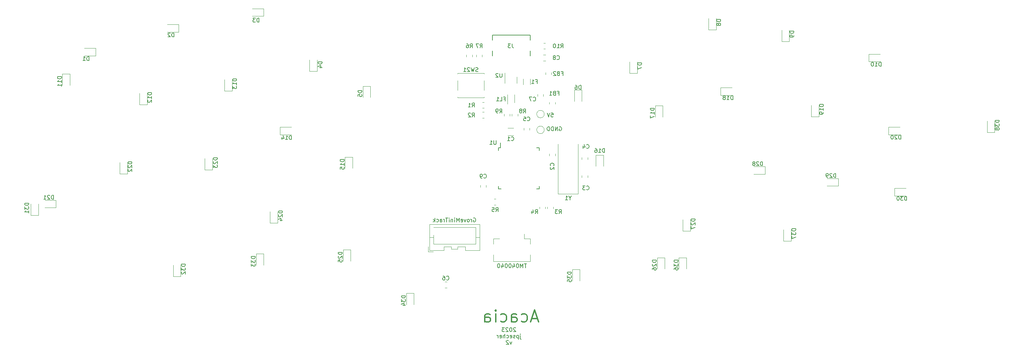
<source format=gbr>
%TF.GenerationSoftware,KiCad,Pcbnew,7.0.8*%
%TF.CreationDate,2023-10-18T22:01:13+02:00*%
%TF.ProjectId,acacia-2,61636163-6961-42d3-922e-6b696361645f,rev?*%
%TF.SameCoordinates,Original*%
%TF.FileFunction,Legend,Bot*%
%TF.FilePolarity,Positive*%
%FSLAX46Y46*%
G04 Gerber Fmt 4.6, Leading zero omitted, Abs format (unit mm)*
G04 Created by KiCad (PCBNEW 7.0.8) date 2023-10-18 22:01:13*
%MOMM*%
%LPD*%
G01*
G04 APERTURE LIST*
%ADD10C,0.150000*%
%ADD11C,0.300000*%
%ADD12C,0.120000*%
%ADD13C,0.100000*%
%ADD14C,0.200000*%
G04 APERTURE END LIST*
D10*
X158714285Y-120940057D02*
X158666666Y-120892438D01*
X158666666Y-120892438D02*
X158571428Y-120844819D01*
X158571428Y-120844819D02*
X158333333Y-120844819D01*
X158333333Y-120844819D02*
X158238095Y-120892438D01*
X158238095Y-120892438D02*
X158190476Y-120940057D01*
X158190476Y-120940057D02*
X158142857Y-121035295D01*
X158142857Y-121035295D02*
X158142857Y-121130533D01*
X158142857Y-121130533D02*
X158190476Y-121273390D01*
X158190476Y-121273390D02*
X158761904Y-121844819D01*
X158761904Y-121844819D02*
X158142857Y-121844819D01*
X157523809Y-120844819D02*
X157428571Y-120844819D01*
X157428571Y-120844819D02*
X157333333Y-120892438D01*
X157333333Y-120892438D02*
X157285714Y-120940057D01*
X157285714Y-120940057D02*
X157238095Y-121035295D01*
X157238095Y-121035295D02*
X157190476Y-121225771D01*
X157190476Y-121225771D02*
X157190476Y-121463866D01*
X157190476Y-121463866D02*
X157238095Y-121654342D01*
X157238095Y-121654342D02*
X157285714Y-121749580D01*
X157285714Y-121749580D02*
X157333333Y-121797200D01*
X157333333Y-121797200D02*
X157428571Y-121844819D01*
X157428571Y-121844819D02*
X157523809Y-121844819D01*
X157523809Y-121844819D02*
X157619047Y-121797200D01*
X157619047Y-121797200D02*
X157666666Y-121749580D01*
X157666666Y-121749580D02*
X157714285Y-121654342D01*
X157714285Y-121654342D02*
X157761904Y-121463866D01*
X157761904Y-121463866D02*
X157761904Y-121225771D01*
X157761904Y-121225771D02*
X157714285Y-121035295D01*
X157714285Y-121035295D02*
X157666666Y-120940057D01*
X157666666Y-120940057D02*
X157619047Y-120892438D01*
X157619047Y-120892438D02*
X157523809Y-120844819D01*
X156809523Y-120940057D02*
X156761904Y-120892438D01*
X156761904Y-120892438D02*
X156666666Y-120844819D01*
X156666666Y-120844819D02*
X156428571Y-120844819D01*
X156428571Y-120844819D02*
X156333333Y-120892438D01*
X156333333Y-120892438D02*
X156285714Y-120940057D01*
X156285714Y-120940057D02*
X156238095Y-121035295D01*
X156238095Y-121035295D02*
X156238095Y-121130533D01*
X156238095Y-121130533D02*
X156285714Y-121273390D01*
X156285714Y-121273390D02*
X156857142Y-121844819D01*
X156857142Y-121844819D02*
X156238095Y-121844819D01*
X155904761Y-120844819D02*
X155285714Y-120844819D01*
X155285714Y-120844819D02*
X155619047Y-121225771D01*
X155619047Y-121225771D02*
X155476190Y-121225771D01*
X155476190Y-121225771D02*
X155380952Y-121273390D01*
X155380952Y-121273390D02*
X155333333Y-121321009D01*
X155333333Y-121321009D02*
X155285714Y-121416247D01*
X155285714Y-121416247D02*
X155285714Y-121654342D01*
X155285714Y-121654342D02*
X155333333Y-121749580D01*
X155333333Y-121749580D02*
X155380952Y-121797200D01*
X155380952Y-121797200D02*
X155476190Y-121844819D01*
X155476190Y-121844819D02*
X155761904Y-121844819D01*
X155761904Y-121844819D02*
X155857142Y-121797200D01*
X155857142Y-121797200D02*
X155904761Y-121749580D01*
X159904761Y-122788152D02*
X159904761Y-123645295D01*
X159904761Y-123645295D02*
X159952380Y-123740533D01*
X159952380Y-123740533D02*
X160047618Y-123788152D01*
X160047618Y-123788152D02*
X160095237Y-123788152D01*
X159904761Y-122454819D02*
X159952380Y-122502438D01*
X159952380Y-122502438D02*
X159904761Y-122550057D01*
X159904761Y-122550057D02*
X159857142Y-122502438D01*
X159857142Y-122502438D02*
X159904761Y-122454819D01*
X159904761Y-122454819D02*
X159904761Y-122550057D01*
X159428571Y-122788152D02*
X159428571Y-123788152D01*
X159428571Y-122835771D02*
X159333333Y-122788152D01*
X159333333Y-122788152D02*
X159142857Y-122788152D01*
X159142857Y-122788152D02*
X159047619Y-122835771D01*
X159047619Y-122835771D02*
X159000000Y-122883390D01*
X159000000Y-122883390D02*
X158952381Y-122978628D01*
X158952381Y-122978628D02*
X158952381Y-123264342D01*
X158952381Y-123264342D02*
X159000000Y-123359580D01*
X159000000Y-123359580D02*
X159047619Y-123407200D01*
X159047619Y-123407200D02*
X159142857Y-123454819D01*
X159142857Y-123454819D02*
X159333333Y-123454819D01*
X159333333Y-123454819D02*
X159428571Y-123407200D01*
X158571428Y-123407200D02*
X158476190Y-123454819D01*
X158476190Y-123454819D02*
X158285714Y-123454819D01*
X158285714Y-123454819D02*
X158190476Y-123407200D01*
X158190476Y-123407200D02*
X158142857Y-123311961D01*
X158142857Y-123311961D02*
X158142857Y-123264342D01*
X158142857Y-123264342D02*
X158190476Y-123169104D01*
X158190476Y-123169104D02*
X158285714Y-123121485D01*
X158285714Y-123121485D02*
X158428571Y-123121485D01*
X158428571Y-123121485D02*
X158523809Y-123073866D01*
X158523809Y-123073866D02*
X158571428Y-122978628D01*
X158571428Y-122978628D02*
X158571428Y-122931009D01*
X158571428Y-122931009D02*
X158523809Y-122835771D01*
X158523809Y-122835771D02*
X158428571Y-122788152D01*
X158428571Y-122788152D02*
X158285714Y-122788152D01*
X158285714Y-122788152D02*
X158190476Y-122835771D01*
X157333333Y-123407200D02*
X157428571Y-123454819D01*
X157428571Y-123454819D02*
X157619047Y-123454819D01*
X157619047Y-123454819D02*
X157714285Y-123407200D01*
X157714285Y-123407200D02*
X157761904Y-123311961D01*
X157761904Y-123311961D02*
X157761904Y-122931009D01*
X157761904Y-122931009D02*
X157714285Y-122835771D01*
X157714285Y-122835771D02*
X157619047Y-122788152D01*
X157619047Y-122788152D02*
X157428571Y-122788152D01*
X157428571Y-122788152D02*
X157333333Y-122835771D01*
X157333333Y-122835771D02*
X157285714Y-122931009D01*
X157285714Y-122931009D02*
X157285714Y-123026247D01*
X157285714Y-123026247D02*
X157761904Y-123121485D01*
X156428571Y-123407200D02*
X156523809Y-123454819D01*
X156523809Y-123454819D02*
X156714285Y-123454819D01*
X156714285Y-123454819D02*
X156809523Y-123407200D01*
X156809523Y-123407200D02*
X156857142Y-123359580D01*
X156857142Y-123359580D02*
X156904761Y-123264342D01*
X156904761Y-123264342D02*
X156904761Y-122978628D01*
X156904761Y-122978628D02*
X156857142Y-122883390D01*
X156857142Y-122883390D02*
X156809523Y-122835771D01*
X156809523Y-122835771D02*
X156714285Y-122788152D01*
X156714285Y-122788152D02*
X156523809Y-122788152D01*
X156523809Y-122788152D02*
X156428571Y-122835771D01*
X155999999Y-123454819D02*
X155999999Y-122454819D01*
X155571428Y-123454819D02*
X155571428Y-122931009D01*
X155571428Y-122931009D02*
X155619047Y-122835771D01*
X155619047Y-122835771D02*
X155714285Y-122788152D01*
X155714285Y-122788152D02*
X155857142Y-122788152D01*
X155857142Y-122788152D02*
X155952380Y-122835771D01*
X155952380Y-122835771D02*
X155999999Y-122883390D01*
X154714285Y-123407200D02*
X154809523Y-123454819D01*
X154809523Y-123454819D02*
X154999999Y-123454819D01*
X154999999Y-123454819D02*
X155095237Y-123407200D01*
X155095237Y-123407200D02*
X155142856Y-123311961D01*
X155142856Y-123311961D02*
X155142856Y-122931009D01*
X155142856Y-122931009D02*
X155095237Y-122835771D01*
X155095237Y-122835771D02*
X154999999Y-122788152D01*
X154999999Y-122788152D02*
X154809523Y-122788152D01*
X154809523Y-122788152D02*
X154714285Y-122835771D01*
X154714285Y-122835771D02*
X154666666Y-122931009D01*
X154666666Y-122931009D02*
X154666666Y-123026247D01*
X154666666Y-123026247D02*
X155142856Y-123121485D01*
X154238094Y-123454819D02*
X154238094Y-122788152D01*
X154238094Y-122978628D02*
X154190475Y-122883390D01*
X154190475Y-122883390D02*
X154142856Y-122835771D01*
X154142856Y-122835771D02*
X154047618Y-122788152D01*
X154047618Y-122788152D02*
X153952380Y-122788152D01*
X157714285Y-124398152D02*
X157476190Y-125064819D01*
X157476190Y-125064819D02*
X157238095Y-124398152D01*
X156904761Y-124160057D02*
X156857142Y-124112438D01*
X156857142Y-124112438D02*
X156761904Y-124064819D01*
X156761904Y-124064819D02*
X156523809Y-124064819D01*
X156523809Y-124064819D02*
X156428571Y-124112438D01*
X156428571Y-124112438D02*
X156380952Y-124160057D01*
X156380952Y-124160057D02*
X156333333Y-124255295D01*
X156333333Y-124255295D02*
X156333333Y-124350533D01*
X156333333Y-124350533D02*
X156380952Y-124493390D01*
X156380952Y-124493390D02*
X156952380Y-125064819D01*
X156952380Y-125064819D02*
X156333333Y-125064819D01*
D11*
X164214286Y-118515114D02*
X162785715Y-118515114D01*
X164500000Y-119372257D02*
X163500000Y-116372257D01*
X163500000Y-116372257D02*
X162500000Y-119372257D01*
X160214286Y-119229400D02*
X160500000Y-119372257D01*
X160500000Y-119372257D02*
X161071428Y-119372257D01*
X161071428Y-119372257D02*
X161357143Y-119229400D01*
X161357143Y-119229400D02*
X161500000Y-119086542D01*
X161500000Y-119086542D02*
X161642857Y-118800828D01*
X161642857Y-118800828D02*
X161642857Y-117943685D01*
X161642857Y-117943685D02*
X161500000Y-117657971D01*
X161500000Y-117657971D02*
X161357143Y-117515114D01*
X161357143Y-117515114D02*
X161071428Y-117372257D01*
X161071428Y-117372257D02*
X160500000Y-117372257D01*
X160500000Y-117372257D02*
X160214286Y-117515114D01*
X157642857Y-119372257D02*
X157642857Y-117800828D01*
X157642857Y-117800828D02*
X157785714Y-117515114D01*
X157785714Y-117515114D02*
X158071428Y-117372257D01*
X158071428Y-117372257D02*
X158642857Y-117372257D01*
X158642857Y-117372257D02*
X158928571Y-117515114D01*
X157642857Y-119229400D02*
X157928571Y-119372257D01*
X157928571Y-119372257D02*
X158642857Y-119372257D01*
X158642857Y-119372257D02*
X158928571Y-119229400D01*
X158928571Y-119229400D02*
X159071428Y-118943685D01*
X159071428Y-118943685D02*
X159071428Y-118657971D01*
X159071428Y-118657971D02*
X158928571Y-118372257D01*
X158928571Y-118372257D02*
X158642857Y-118229400D01*
X158642857Y-118229400D02*
X157928571Y-118229400D01*
X157928571Y-118229400D02*
X157642857Y-118086542D01*
X154928571Y-119229400D02*
X155214285Y-119372257D01*
X155214285Y-119372257D02*
X155785713Y-119372257D01*
X155785713Y-119372257D02*
X156071428Y-119229400D01*
X156071428Y-119229400D02*
X156214285Y-119086542D01*
X156214285Y-119086542D02*
X156357142Y-118800828D01*
X156357142Y-118800828D02*
X156357142Y-117943685D01*
X156357142Y-117943685D02*
X156214285Y-117657971D01*
X156214285Y-117657971D02*
X156071428Y-117515114D01*
X156071428Y-117515114D02*
X155785713Y-117372257D01*
X155785713Y-117372257D02*
X155214285Y-117372257D01*
X155214285Y-117372257D02*
X154928571Y-117515114D01*
X153642856Y-119372257D02*
X153642856Y-117372257D01*
X153642856Y-116372257D02*
X153785713Y-116515114D01*
X153785713Y-116515114D02*
X153642856Y-116657971D01*
X153642856Y-116657971D02*
X153499999Y-116515114D01*
X153499999Y-116515114D02*
X153642856Y-116372257D01*
X153642856Y-116372257D02*
X153642856Y-116657971D01*
X150928571Y-119372257D02*
X150928571Y-117800828D01*
X150928571Y-117800828D02*
X151071428Y-117515114D01*
X151071428Y-117515114D02*
X151357142Y-117372257D01*
X151357142Y-117372257D02*
X151928571Y-117372257D01*
X151928571Y-117372257D02*
X152214285Y-117515114D01*
X150928571Y-119229400D02*
X151214285Y-119372257D01*
X151214285Y-119372257D02*
X151928571Y-119372257D01*
X151928571Y-119372257D02*
X152214285Y-119229400D01*
X152214285Y-119229400D02*
X152357142Y-118943685D01*
X152357142Y-118943685D02*
X152357142Y-118657971D01*
X152357142Y-118657971D02*
X152214285Y-118372257D01*
X152214285Y-118372257D02*
X151928571Y-118229400D01*
X151928571Y-118229400D02*
X151214285Y-118229400D01*
X151214285Y-118229400D02*
X150928571Y-118086542D01*
D10*
X148035714Y-93102438D02*
X148130952Y-93054819D01*
X148130952Y-93054819D02*
X148273809Y-93054819D01*
X148273809Y-93054819D02*
X148416666Y-93102438D01*
X148416666Y-93102438D02*
X148511904Y-93197676D01*
X148511904Y-93197676D02*
X148559523Y-93292914D01*
X148559523Y-93292914D02*
X148607142Y-93483390D01*
X148607142Y-93483390D02*
X148607142Y-93626247D01*
X148607142Y-93626247D02*
X148559523Y-93816723D01*
X148559523Y-93816723D02*
X148511904Y-93911961D01*
X148511904Y-93911961D02*
X148416666Y-94007200D01*
X148416666Y-94007200D02*
X148273809Y-94054819D01*
X148273809Y-94054819D02*
X148178571Y-94054819D01*
X148178571Y-94054819D02*
X148035714Y-94007200D01*
X148035714Y-94007200D02*
X147988095Y-93959580D01*
X147988095Y-93959580D02*
X147988095Y-93626247D01*
X147988095Y-93626247D02*
X148178571Y-93626247D01*
X147559523Y-94054819D02*
X147559523Y-93388152D01*
X147559523Y-93578628D02*
X147511904Y-93483390D01*
X147511904Y-93483390D02*
X147464285Y-93435771D01*
X147464285Y-93435771D02*
X147369047Y-93388152D01*
X147369047Y-93388152D02*
X147273809Y-93388152D01*
X146797618Y-94054819D02*
X146892856Y-94007200D01*
X146892856Y-94007200D02*
X146940475Y-93959580D01*
X146940475Y-93959580D02*
X146988094Y-93864342D01*
X146988094Y-93864342D02*
X146988094Y-93578628D01*
X146988094Y-93578628D02*
X146940475Y-93483390D01*
X146940475Y-93483390D02*
X146892856Y-93435771D01*
X146892856Y-93435771D02*
X146797618Y-93388152D01*
X146797618Y-93388152D02*
X146654761Y-93388152D01*
X146654761Y-93388152D02*
X146559523Y-93435771D01*
X146559523Y-93435771D02*
X146511904Y-93483390D01*
X146511904Y-93483390D02*
X146464285Y-93578628D01*
X146464285Y-93578628D02*
X146464285Y-93864342D01*
X146464285Y-93864342D02*
X146511904Y-93959580D01*
X146511904Y-93959580D02*
X146559523Y-94007200D01*
X146559523Y-94007200D02*
X146654761Y-94054819D01*
X146654761Y-94054819D02*
X146797618Y-94054819D01*
X146130951Y-93388152D02*
X145892856Y-94054819D01*
X145892856Y-94054819D02*
X145654761Y-93388152D01*
X144892856Y-94007200D02*
X144988094Y-94054819D01*
X144988094Y-94054819D02*
X145178570Y-94054819D01*
X145178570Y-94054819D02*
X145273808Y-94007200D01*
X145273808Y-94007200D02*
X145321427Y-93911961D01*
X145321427Y-93911961D02*
X145321427Y-93531009D01*
X145321427Y-93531009D02*
X145273808Y-93435771D01*
X145273808Y-93435771D02*
X145178570Y-93388152D01*
X145178570Y-93388152D02*
X144988094Y-93388152D01*
X144988094Y-93388152D02*
X144892856Y-93435771D01*
X144892856Y-93435771D02*
X144845237Y-93531009D01*
X144845237Y-93531009D02*
X144845237Y-93626247D01*
X144845237Y-93626247D02*
X145321427Y-93721485D01*
X144416665Y-94054819D02*
X144416665Y-93054819D01*
X144416665Y-93054819D02*
X144083332Y-93769104D01*
X144083332Y-93769104D02*
X143749999Y-93054819D01*
X143749999Y-93054819D02*
X143749999Y-94054819D01*
X143273808Y-94054819D02*
X143273808Y-93388152D01*
X143273808Y-93054819D02*
X143321427Y-93102438D01*
X143321427Y-93102438D02*
X143273808Y-93150057D01*
X143273808Y-93150057D02*
X143226189Y-93102438D01*
X143226189Y-93102438D02*
X143273808Y-93054819D01*
X143273808Y-93054819D02*
X143273808Y-93150057D01*
X142797618Y-93388152D02*
X142797618Y-94054819D01*
X142797618Y-93483390D02*
X142749999Y-93435771D01*
X142749999Y-93435771D02*
X142654761Y-93388152D01*
X142654761Y-93388152D02*
X142511904Y-93388152D01*
X142511904Y-93388152D02*
X142416666Y-93435771D01*
X142416666Y-93435771D02*
X142369047Y-93531009D01*
X142369047Y-93531009D02*
X142369047Y-94054819D01*
X141892856Y-94054819D02*
X141892856Y-93388152D01*
X141892856Y-93054819D02*
X141940475Y-93102438D01*
X141940475Y-93102438D02*
X141892856Y-93150057D01*
X141892856Y-93150057D02*
X141845237Y-93102438D01*
X141845237Y-93102438D02*
X141892856Y-93054819D01*
X141892856Y-93054819D02*
X141892856Y-93150057D01*
X141559523Y-93054819D02*
X140988095Y-93054819D01*
X141273809Y-94054819D02*
X141273809Y-93054819D01*
X140654761Y-94054819D02*
X140654761Y-93388152D01*
X140654761Y-93578628D02*
X140607142Y-93483390D01*
X140607142Y-93483390D02*
X140559523Y-93435771D01*
X140559523Y-93435771D02*
X140464285Y-93388152D01*
X140464285Y-93388152D02*
X140369047Y-93388152D01*
X139607142Y-94054819D02*
X139607142Y-93531009D01*
X139607142Y-93531009D02*
X139654761Y-93435771D01*
X139654761Y-93435771D02*
X139749999Y-93388152D01*
X139749999Y-93388152D02*
X139940475Y-93388152D01*
X139940475Y-93388152D02*
X140035713Y-93435771D01*
X139607142Y-94007200D02*
X139702380Y-94054819D01*
X139702380Y-94054819D02*
X139940475Y-94054819D01*
X139940475Y-94054819D02*
X140035713Y-94007200D01*
X140035713Y-94007200D02*
X140083332Y-93911961D01*
X140083332Y-93911961D02*
X140083332Y-93816723D01*
X140083332Y-93816723D02*
X140035713Y-93721485D01*
X140035713Y-93721485D02*
X139940475Y-93673866D01*
X139940475Y-93673866D02*
X139702380Y-93673866D01*
X139702380Y-93673866D02*
X139607142Y-93626247D01*
X138702380Y-94007200D02*
X138797618Y-94054819D01*
X138797618Y-94054819D02*
X138988094Y-94054819D01*
X138988094Y-94054819D02*
X139083332Y-94007200D01*
X139083332Y-94007200D02*
X139130951Y-93959580D01*
X139130951Y-93959580D02*
X139178570Y-93864342D01*
X139178570Y-93864342D02*
X139178570Y-93578628D01*
X139178570Y-93578628D02*
X139130951Y-93483390D01*
X139130951Y-93483390D02*
X139083332Y-93435771D01*
X139083332Y-93435771D02*
X138988094Y-93388152D01*
X138988094Y-93388152D02*
X138797618Y-93388152D01*
X138797618Y-93388152D02*
X138702380Y-93435771D01*
X138273808Y-94054819D02*
X138273808Y-93054819D01*
X138178570Y-93673866D02*
X137892856Y-94054819D01*
X137892856Y-93388152D02*
X138273808Y-93769104D01*
X41739285Y-88304819D02*
X41739285Y-87304819D01*
X41739285Y-87304819D02*
X41501190Y-87304819D01*
X41501190Y-87304819D02*
X41358333Y-87352438D01*
X41358333Y-87352438D02*
X41263095Y-87447676D01*
X41263095Y-87447676D02*
X41215476Y-87542914D01*
X41215476Y-87542914D02*
X41167857Y-87733390D01*
X41167857Y-87733390D02*
X41167857Y-87876247D01*
X41167857Y-87876247D02*
X41215476Y-88066723D01*
X41215476Y-88066723D02*
X41263095Y-88161961D01*
X41263095Y-88161961D02*
X41358333Y-88257200D01*
X41358333Y-88257200D02*
X41501190Y-88304819D01*
X41501190Y-88304819D02*
X41739285Y-88304819D01*
X40786904Y-87400057D02*
X40739285Y-87352438D01*
X40739285Y-87352438D02*
X40644047Y-87304819D01*
X40644047Y-87304819D02*
X40405952Y-87304819D01*
X40405952Y-87304819D02*
X40310714Y-87352438D01*
X40310714Y-87352438D02*
X40263095Y-87400057D01*
X40263095Y-87400057D02*
X40215476Y-87495295D01*
X40215476Y-87495295D02*
X40215476Y-87590533D01*
X40215476Y-87590533D02*
X40263095Y-87733390D01*
X40263095Y-87733390D02*
X40834523Y-88304819D01*
X40834523Y-88304819D02*
X40215476Y-88304819D01*
X39263095Y-88304819D02*
X39834523Y-88304819D01*
X39548809Y-88304819D02*
X39548809Y-87304819D01*
X39548809Y-87304819D02*
X39644047Y-87447676D01*
X39644047Y-87447676D02*
X39739285Y-87542914D01*
X39739285Y-87542914D02*
X39834523Y-87590533D01*
X172476190Y-87978628D02*
X172476190Y-88454819D01*
X172809523Y-87454819D02*
X172476190Y-87978628D01*
X172476190Y-87978628D02*
X172142857Y-87454819D01*
X171285714Y-88454819D02*
X171857142Y-88454819D01*
X171571428Y-88454819D02*
X171571428Y-87454819D01*
X171571428Y-87454819D02*
X171666666Y-87597676D01*
X171666666Y-87597676D02*
X171761904Y-87692914D01*
X171761904Y-87692914D02*
X171857142Y-87740533D01*
X175238094Y-60454819D02*
X175238094Y-59454819D01*
X175238094Y-59454819D02*
X174999999Y-59454819D01*
X174999999Y-59454819D02*
X174857142Y-59502438D01*
X174857142Y-59502438D02*
X174761904Y-59597676D01*
X174761904Y-59597676D02*
X174714285Y-59692914D01*
X174714285Y-59692914D02*
X174666666Y-59883390D01*
X174666666Y-59883390D02*
X174666666Y-60026247D01*
X174666666Y-60026247D02*
X174714285Y-60216723D01*
X174714285Y-60216723D02*
X174761904Y-60311961D01*
X174761904Y-60311961D02*
X174857142Y-60407200D01*
X174857142Y-60407200D02*
X174999999Y-60454819D01*
X174999999Y-60454819D02*
X175238094Y-60454819D01*
X173809523Y-59454819D02*
X173999999Y-59454819D01*
X173999999Y-59454819D02*
X174095237Y-59502438D01*
X174095237Y-59502438D02*
X174142856Y-59550057D01*
X174142856Y-59550057D02*
X174238094Y-59692914D01*
X174238094Y-59692914D02*
X174285713Y-59883390D01*
X174285713Y-59883390D02*
X174285713Y-60264342D01*
X174285713Y-60264342D02*
X174238094Y-60359580D01*
X174238094Y-60359580D02*
X174190475Y-60407200D01*
X174190475Y-60407200D02*
X174095237Y-60454819D01*
X174095237Y-60454819D02*
X173904761Y-60454819D01*
X173904761Y-60454819D02*
X173809523Y-60407200D01*
X173809523Y-60407200D02*
X173761904Y-60359580D01*
X173761904Y-60359580D02*
X173714285Y-60264342D01*
X173714285Y-60264342D02*
X173714285Y-60026247D01*
X173714285Y-60026247D02*
X173761904Y-59931009D01*
X173761904Y-59931009D02*
X173809523Y-59883390D01*
X173809523Y-59883390D02*
X173904761Y-59835771D01*
X173904761Y-59835771D02*
X174095237Y-59835771D01*
X174095237Y-59835771D02*
X174190475Y-59883390D01*
X174190475Y-59883390D02*
X174238094Y-59931009D01*
X174238094Y-59931009D02*
X174285713Y-60026247D01*
X147166666Y-49954819D02*
X147499999Y-49478628D01*
X147738094Y-49954819D02*
X147738094Y-48954819D01*
X147738094Y-48954819D02*
X147357142Y-48954819D01*
X147357142Y-48954819D02*
X147261904Y-49002438D01*
X147261904Y-49002438D02*
X147214285Y-49050057D01*
X147214285Y-49050057D02*
X147166666Y-49145295D01*
X147166666Y-49145295D02*
X147166666Y-49288152D01*
X147166666Y-49288152D02*
X147214285Y-49383390D01*
X147214285Y-49383390D02*
X147261904Y-49431009D01*
X147261904Y-49431009D02*
X147357142Y-49478628D01*
X147357142Y-49478628D02*
X147738094Y-49478628D01*
X146309523Y-48954819D02*
X146499999Y-48954819D01*
X146499999Y-48954819D02*
X146595237Y-49002438D01*
X146595237Y-49002438D02*
X146642856Y-49050057D01*
X146642856Y-49050057D02*
X146738094Y-49192914D01*
X146738094Y-49192914D02*
X146785713Y-49383390D01*
X146785713Y-49383390D02*
X146785713Y-49764342D01*
X146785713Y-49764342D02*
X146738094Y-49859580D01*
X146738094Y-49859580D02*
X146690475Y-49907200D01*
X146690475Y-49907200D02*
X146595237Y-49954819D01*
X146595237Y-49954819D02*
X146404761Y-49954819D01*
X146404761Y-49954819D02*
X146309523Y-49907200D01*
X146309523Y-49907200D02*
X146261904Y-49859580D01*
X146261904Y-49859580D02*
X146214285Y-49764342D01*
X146214285Y-49764342D02*
X146214285Y-49526247D01*
X146214285Y-49526247D02*
X146261904Y-49431009D01*
X146261904Y-49431009D02*
X146309523Y-49383390D01*
X146309523Y-49383390D02*
X146404761Y-49335771D01*
X146404761Y-49335771D02*
X146595237Y-49335771D01*
X146595237Y-49335771D02*
X146690475Y-49383390D01*
X146690475Y-49383390D02*
X146738094Y-49431009D01*
X146738094Y-49431009D02*
X146785713Y-49526247D01*
X155738095Y-62931009D02*
X156071428Y-62931009D01*
X156071428Y-63454819D02*
X156071428Y-62454819D01*
X156071428Y-62454819D02*
X155595238Y-62454819D01*
X154738095Y-63454819D02*
X155214285Y-63454819D01*
X155214285Y-63454819D02*
X155214285Y-62454819D01*
X153880952Y-63454819D02*
X154452380Y-63454819D01*
X154166666Y-63454819D02*
X154166666Y-62454819D01*
X154166666Y-62454819D02*
X154261904Y-62597676D01*
X154261904Y-62597676D02*
X154357142Y-62692914D01*
X154357142Y-62692914D02*
X154452380Y-62740533D01*
X35454819Y-89310714D02*
X34454819Y-89310714D01*
X34454819Y-89310714D02*
X34454819Y-89548809D01*
X34454819Y-89548809D02*
X34502438Y-89691666D01*
X34502438Y-89691666D02*
X34597676Y-89786904D01*
X34597676Y-89786904D02*
X34692914Y-89834523D01*
X34692914Y-89834523D02*
X34883390Y-89882142D01*
X34883390Y-89882142D02*
X35026247Y-89882142D01*
X35026247Y-89882142D02*
X35216723Y-89834523D01*
X35216723Y-89834523D02*
X35311961Y-89786904D01*
X35311961Y-89786904D02*
X35407200Y-89691666D01*
X35407200Y-89691666D02*
X35454819Y-89548809D01*
X35454819Y-89548809D02*
X35454819Y-89310714D01*
X34454819Y-90215476D02*
X34454819Y-90834523D01*
X34454819Y-90834523D02*
X34835771Y-90501190D01*
X34835771Y-90501190D02*
X34835771Y-90644047D01*
X34835771Y-90644047D02*
X34883390Y-90739285D01*
X34883390Y-90739285D02*
X34931009Y-90786904D01*
X34931009Y-90786904D02*
X35026247Y-90834523D01*
X35026247Y-90834523D02*
X35264342Y-90834523D01*
X35264342Y-90834523D02*
X35359580Y-90786904D01*
X35359580Y-90786904D02*
X35407200Y-90739285D01*
X35407200Y-90739285D02*
X35454819Y-90644047D01*
X35454819Y-90644047D02*
X35454819Y-90358333D01*
X35454819Y-90358333D02*
X35407200Y-90263095D01*
X35407200Y-90263095D02*
X35359580Y-90215476D01*
X35454819Y-91786904D02*
X35454819Y-91215476D01*
X35454819Y-91501190D02*
X34454819Y-91501190D01*
X34454819Y-91501190D02*
X34597676Y-91405952D01*
X34597676Y-91405952D02*
X34692914Y-91310714D01*
X34692914Y-91310714D02*
X34740533Y-91215476D01*
X161666666Y-68359580D02*
X161714285Y-68407200D01*
X161714285Y-68407200D02*
X161857142Y-68454819D01*
X161857142Y-68454819D02*
X161952380Y-68454819D01*
X161952380Y-68454819D02*
X162095237Y-68407200D01*
X162095237Y-68407200D02*
X162190475Y-68311961D01*
X162190475Y-68311961D02*
X162238094Y-68216723D01*
X162238094Y-68216723D02*
X162285713Y-68026247D01*
X162285713Y-68026247D02*
X162285713Y-67883390D01*
X162285713Y-67883390D02*
X162238094Y-67692914D01*
X162238094Y-67692914D02*
X162190475Y-67597676D01*
X162190475Y-67597676D02*
X162095237Y-67502438D01*
X162095237Y-67502438D02*
X161952380Y-67454819D01*
X161952380Y-67454819D02*
X161857142Y-67454819D01*
X161857142Y-67454819D02*
X161714285Y-67502438D01*
X161714285Y-67502438D02*
X161666666Y-67550057D01*
X160761904Y-67454819D02*
X161238094Y-67454819D01*
X161238094Y-67454819D02*
X161285713Y-67931009D01*
X161285713Y-67931009D02*
X161238094Y-67883390D01*
X161238094Y-67883390D02*
X161142856Y-67835771D01*
X161142856Y-67835771D02*
X160904761Y-67835771D01*
X160904761Y-67835771D02*
X160809523Y-67883390D01*
X160809523Y-67883390D02*
X160761904Y-67931009D01*
X160761904Y-67931009D02*
X160714285Y-68026247D01*
X160714285Y-68026247D02*
X160714285Y-68264342D01*
X160714285Y-68264342D02*
X160761904Y-68359580D01*
X160761904Y-68359580D02*
X160809523Y-68407200D01*
X160809523Y-68407200D02*
X160904761Y-68454819D01*
X160904761Y-68454819D02*
X161142856Y-68454819D01*
X161142856Y-68454819D02*
X161238094Y-68407200D01*
X161238094Y-68407200D02*
X161285713Y-68359580D01*
X149666666Y-49954819D02*
X149999999Y-49478628D01*
X150238094Y-49954819D02*
X150238094Y-48954819D01*
X150238094Y-48954819D02*
X149857142Y-48954819D01*
X149857142Y-48954819D02*
X149761904Y-49002438D01*
X149761904Y-49002438D02*
X149714285Y-49050057D01*
X149714285Y-49050057D02*
X149666666Y-49145295D01*
X149666666Y-49145295D02*
X149666666Y-49288152D01*
X149666666Y-49288152D02*
X149714285Y-49383390D01*
X149714285Y-49383390D02*
X149761904Y-49431009D01*
X149761904Y-49431009D02*
X149857142Y-49478628D01*
X149857142Y-49478628D02*
X150238094Y-49478628D01*
X149333332Y-48954819D02*
X148666666Y-48954819D01*
X148666666Y-48954819D02*
X149095237Y-49954819D01*
X101964285Y-73204819D02*
X101964285Y-72204819D01*
X101964285Y-72204819D02*
X101726190Y-72204819D01*
X101726190Y-72204819D02*
X101583333Y-72252438D01*
X101583333Y-72252438D02*
X101488095Y-72347676D01*
X101488095Y-72347676D02*
X101440476Y-72442914D01*
X101440476Y-72442914D02*
X101392857Y-72633390D01*
X101392857Y-72633390D02*
X101392857Y-72776247D01*
X101392857Y-72776247D02*
X101440476Y-72966723D01*
X101440476Y-72966723D02*
X101488095Y-73061961D01*
X101488095Y-73061961D02*
X101583333Y-73157200D01*
X101583333Y-73157200D02*
X101726190Y-73204819D01*
X101726190Y-73204819D02*
X101964285Y-73204819D01*
X100440476Y-73204819D02*
X101011904Y-73204819D01*
X100726190Y-73204819D02*
X100726190Y-72204819D01*
X100726190Y-72204819D02*
X100821428Y-72347676D01*
X100821428Y-72347676D02*
X100916666Y-72442914D01*
X100916666Y-72442914D02*
X101011904Y-72490533D01*
X99583333Y-72538152D02*
X99583333Y-73204819D01*
X99821428Y-72157200D02*
X100059523Y-72871485D01*
X100059523Y-72871485D02*
X99440476Y-72871485D01*
X114804819Y-101760714D02*
X113804819Y-101760714D01*
X113804819Y-101760714D02*
X113804819Y-101998809D01*
X113804819Y-101998809D02*
X113852438Y-102141666D01*
X113852438Y-102141666D02*
X113947676Y-102236904D01*
X113947676Y-102236904D02*
X114042914Y-102284523D01*
X114042914Y-102284523D02*
X114233390Y-102332142D01*
X114233390Y-102332142D02*
X114376247Y-102332142D01*
X114376247Y-102332142D02*
X114566723Y-102284523D01*
X114566723Y-102284523D02*
X114661961Y-102236904D01*
X114661961Y-102236904D02*
X114757200Y-102141666D01*
X114757200Y-102141666D02*
X114804819Y-101998809D01*
X114804819Y-101998809D02*
X114804819Y-101760714D01*
X113900057Y-102713095D02*
X113852438Y-102760714D01*
X113852438Y-102760714D02*
X113804819Y-102855952D01*
X113804819Y-102855952D02*
X113804819Y-103094047D01*
X113804819Y-103094047D02*
X113852438Y-103189285D01*
X113852438Y-103189285D02*
X113900057Y-103236904D01*
X113900057Y-103236904D02*
X113995295Y-103284523D01*
X113995295Y-103284523D02*
X114090533Y-103284523D01*
X114090533Y-103284523D02*
X114233390Y-103236904D01*
X114233390Y-103236904D02*
X114804819Y-102665476D01*
X114804819Y-102665476D02*
X114804819Y-103284523D01*
X113804819Y-104189285D02*
X113804819Y-103713095D01*
X113804819Y-103713095D02*
X114281009Y-103665476D01*
X114281009Y-103665476D02*
X114233390Y-103713095D01*
X114233390Y-103713095D02*
X114185771Y-103808333D01*
X114185771Y-103808333D02*
X114185771Y-104046428D01*
X114185771Y-104046428D02*
X114233390Y-104141666D01*
X114233390Y-104141666D02*
X114281009Y-104189285D01*
X114281009Y-104189285D02*
X114376247Y-104236904D01*
X114376247Y-104236904D02*
X114614342Y-104236904D01*
X114614342Y-104236904D02*
X114709580Y-104189285D01*
X114709580Y-104189285D02*
X114757200Y-104141666D01*
X114757200Y-104141666D02*
X114804819Y-104046428D01*
X114804819Y-104046428D02*
X114804819Y-103808333D01*
X114804819Y-103808333D02*
X114757200Y-103713095D01*
X114757200Y-103713095D02*
X114709580Y-103665476D01*
X172804819Y-106760714D02*
X171804819Y-106760714D01*
X171804819Y-106760714D02*
X171804819Y-106998809D01*
X171804819Y-106998809D02*
X171852438Y-107141666D01*
X171852438Y-107141666D02*
X171947676Y-107236904D01*
X171947676Y-107236904D02*
X172042914Y-107284523D01*
X172042914Y-107284523D02*
X172233390Y-107332142D01*
X172233390Y-107332142D02*
X172376247Y-107332142D01*
X172376247Y-107332142D02*
X172566723Y-107284523D01*
X172566723Y-107284523D02*
X172661961Y-107236904D01*
X172661961Y-107236904D02*
X172757200Y-107141666D01*
X172757200Y-107141666D02*
X172804819Y-106998809D01*
X172804819Y-106998809D02*
X172804819Y-106760714D01*
X171804819Y-107665476D02*
X171804819Y-108284523D01*
X171804819Y-108284523D02*
X172185771Y-107951190D01*
X172185771Y-107951190D02*
X172185771Y-108094047D01*
X172185771Y-108094047D02*
X172233390Y-108189285D01*
X172233390Y-108189285D02*
X172281009Y-108236904D01*
X172281009Y-108236904D02*
X172376247Y-108284523D01*
X172376247Y-108284523D02*
X172614342Y-108284523D01*
X172614342Y-108284523D02*
X172709580Y-108236904D01*
X172709580Y-108236904D02*
X172757200Y-108189285D01*
X172757200Y-108189285D02*
X172804819Y-108094047D01*
X172804819Y-108094047D02*
X172804819Y-107808333D01*
X172804819Y-107808333D02*
X172757200Y-107713095D01*
X172757200Y-107713095D02*
X172709580Y-107665476D01*
X171804819Y-109189285D02*
X171804819Y-108713095D01*
X171804819Y-108713095D02*
X172281009Y-108665476D01*
X172281009Y-108665476D02*
X172233390Y-108713095D01*
X172233390Y-108713095D02*
X172185771Y-108808333D01*
X172185771Y-108808333D02*
X172185771Y-109046428D01*
X172185771Y-109046428D02*
X172233390Y-109141666D01*
X172233390Y-109141666D02*
X172281009Y-109189285D01*
X172281009Y-109189285D02*
X172376247Y-109236904D01*
X172376247Y-109236904D02*
X172614342Y-109236904D01*
X172614342Y-109236904D02*
X172709580Y-109189285D01*
X172709580Y-109189285D02*
X172757200Y-109141666D01*
X172757200Y-109141666D02*
X172804819Y-109046428D01*
X172804819Y-109046428D02*
X172804819Y-108808333D01*
X172804819Y-108808333D02*
X172757200Y-108713095D01*
X172757200Y-108713095D02*
X172709580Y-108665476D01*
X141204166Y-108679580D02*
X141251785Y-108727200D01*
X141251785Y-108727200D02*
X141394642Y-108774819D01*
X141394642Y-108774819D02*
X141489880Y-108774819D01*
X141489880Y-108774819D02*
X141632737Y-108727200D01*
X141632737Y-108727200D02*
X141727975Y-108631961D01*
X141727975Y-108631961D02*
X141775594Y-108536723D01*
X141775594Y-108536723D02*
X141823213Y-108346247D01*
X141823213Y-108346247D02*
X141823213Y-108203390D01*
X141823213Y-108203390D02*
X141775594Y-108012914D01*
X141775594Y-108012914D02*
X141727975Y-107917676D01*
X141727975Y-107917676D02*
X141632737Y-107822438D01*
X141632737Y-107822438D02*
X141489880Y-107774819D01*
X141489880Y-107774819D02*
X141394642Y-107774819D01*
X141394642Y-107774819D02*
X141251785Y-107822438D01*
X141251785Y-107822438D02*
X141204166Y-107870057D01*
X140347023Y-107774819D02*
X140537499Y-107774819D01*
X140537499Y-107774819D02*
X140632737Y-107822438D01*
X140632737Y-107822438D02*
X140680356Y-107870057D01*
X140680356Y-107870057D02*
X140775594Y-108012914D01*
X140775594Y-108012914D02*
X140823213Y-108203390D01*
X140823213Y-108203390D02*
X140823213Y-108584342D01*
X140823213Y-108584342D02*
X140775594Y-108679580D01*
X140775594Y-108679580D02*
X140727975Y-108727200D01*
X140727975Y-108727200D02*
X140632737Y-108774819D01*
X140632737Y-108774819D02*
X140442261Y-108774819D01*
X140442261Y-108774819D02*
X140347023Y-108727200D01*
X140347023Y-108727200D02*
X140299404Y-108679580D01*
X140299404Y-108679580D02*
X140251785Y-108584342D01*
X140251785Y-108584342D02*
X140251785Y-108346247D01*
X140251785Y-108346247D02*
X140299404Y-108251009D01*
X140299404Y-108251009D02*
X140347023Y-108203390D01*
X140347023Y-108203390D02*
X140442261Y-108155771D01*
X140442261Y-108155771D02*
X140632737Y-108155771D01*
X140632737Y-108155771D02*
X140727975Y-108203390D01*
X140727975Y-108203390D02*
X140775594Y-108251009D01*
X140775594Y-108251009D02*
X140823213Y-108346247D01*
X193804819Y-65260714D02*
X192804819Y-65260714D01*
X192804819Y-65260714D02*
X192804819Y-65498809D01*
X192804819Y-65498809D02*
X192852438Y-65641666D01*
X192852438Y-65641666D02*
X192947676Y-65736904D01*
X192947676Y-65736904D02*
X193042914Y-65784523D01*
X193042914Y-65784523D02*
X193233390Y-65832142D01*
X193233390Y-65832142D02*
X193376247Y-65832142D01*
X193376247Y-65832142D02*
X193566723Y-65784523D01*
X193566723Y-65784523D02*
X193661961Y-65736904D01*
X193661961Y-65736904D02*
X193757200Y-65641666D01*
X193757200Y-65641666D02*
X193804819Y-65498809D01*
X193804819Y-65498809D02*
X193804819Y-65260714D01*
X193804819Y-66784523D02*
X193804819Y-66213095D01*
X193804819Y-66498809D02*
X192804819Y-66498809D01*
X192804819Y-66498809D02*
X192947676Y-66403571D01*
X192947676Y-66403571D02*
X193042914Y-66308333D01*
X193042914Y-66308333D02*
X193090533Y-66213095D01*
X192804819Y-67117857D02*
X192804819Y-67784523D01*
X192804819Y-67784523D02*
X193804819Y-67355952D01*
X204104819Y-93310714D02*
X203104819Y-93310714D01*
X203104819Y-93310714D02*
X203104819Y-93548809D01*
X203104819Y-93548809D02*
X203152438Y-93691666D01*
X203152438Y-93691666D02*
X203247676Y-93786904D01*
X203247676Y-93786904D02*
X203342914Y-93834523D01*
X203342914Y-93834523D02*
X203533390Y-93882142D01*
X203533390Y-93882142D02*
X203676247Y-93882142D01*
X203676247Y-93882142D02*
X203866723Y-93834523D01*
X203866723Y-93834523D02*
X203961961Y-93786904D01*
X203961961Y-93786904D02*
X204057200Y-93691666D01*
X204057200Y-93691666D02*
X204104819Y-93548809D01*
X204104819Y-93548809D02*
X204104819Y-93310714D01*
X203200057Y-94263095D02*
X203152438Y-94310714D01*
X203152438Y-94310714D02*
X203104819Y-94405952D01*
X203104819Y-94405952D02*
X203104819Y-94644047D01*
X203104819Y-94644047D02*
X203152438Y-94739285D01*
X203152438Y-94739285D02*
X203200057Y-94786904D01*
X203200057Y-94786904D02*
X203295295Y-94834523D01*
X203295295Y-94834523D02*
X203390533Y-94834523D01*
X203390533Y-94834523D02*
X203533390Y-94786904D01*
X203533390Y-94786904D02*
X204104819Y-94215476D01*
X204104819Y-94215476D02*
X204104819Y-94834523D01*
X203104819Y-95167857D02*
X203104819Y-95834523D01*
X203104819Y-95834523D02*
X204104819Y-95405952D01*
X149159523Y-55957200D02*
X149016666Y-56004819D01*
X149016666Y-56004819D02*
X148778571Y-56004819D01*
X148778571Y-56004819D02*
X148683333Y-55957200D01*
X148683333Y-55957200D02*
X148635714Y-55909580D01*
X148635714Y-55909580D02*
X148588095Y-55814342D01*
X148588095Y-55814342D02*
X148588095Y-55719104D01*
X148588095Y-55719104D02*
X148635714Y-55623866D01*
X148635714Y-55623866D02*
X148683333Y-55576247D01*
X148683333Y-55576247D02*
X148778571Y-55528628D01*
X148778571Y-55528628D02*
X148969047Y-55481009D01*
X148969047Y-55481009D02*
X149064285Y-55433390D01*
X149064285Y-55433390D02*
X149111904Y-55385771D01*
X149111904Y-55385771D02*
X149159523Y-55290533D01*
X149159523Y-55290533D02*
X149159523Y-55195295D01*
X149159523Y-55195295D02*
X149111904Y-55100057D01*
X149111904Y-55100057D02*
X149064285Y-55052438D01*
X149064285Y-55052438D02*
X148969047Y-55004819D01*
X148969047Y-55004819D02*
X148730952Y-55004819D01*
X148730952Y-55004819D02*
X148588095Y-55052438D01*
X148254761Y-55004819D02*
X148016666Y-56004819D01*
X148016666Y-56004819D02*
X147826190Y-55290533D01*
X147826190Y-55290533D02*
X147635714Y-56004819D01*
X147635714Y-56004819D02*
X147397619Y-55004819D01*
X147064285Y-55100057D02*
X147016666Y-55052438D01*
X147016666Y-55052438D02*
X146921428Y-55004819D01*
X146921428Y-55004819D02*
X146683333Y-55004819D01*
X146683333Y-55004819D02*
X146588095Y-55052438D01*
X146588095Y-55052438D02*
X146540476Y-55100057D01*
X146540476Y-55100057D02*
X146492857Y-55195295D01*
X146492857Y-55195295D02*
X146492857Y-55290533D01*
X146492857Y-55290533D02*
X146540476Y-55433390D01*
X146540476Y-55433390D02*
X147111904Y-56004819D01*
X147111904Y-56004819D02*
X146492857Y-56004819D01*
X145540476Y-56004819D02*
X146111904Y-56004819D01*
X145826190Y-56004819D02*
X145826190Y-55004819D01*
X145826190Y-55004819D02*
X145921428Y-55147676D01*
X145921428Y-55147676D02*
X146016666Y-55242914D01*
X146016666Y-55242914D02*
X146111904Y-55290533D01*
X130804819Y-112760714D02*
X129804819Y-112760714D01*
X129804819Y-112760714D02*
X129804819Y-112998809D01*
X129804819Y-112998809D02*
X129852438Y-113141666D01*
X129852438Y-113141666D02*
X129947676Y-113236904D01*
X129947676Y-113236904D02*
X130042914Y-113284523D01*
X130042914Y-113284523D02*
X130233390Y-113332142D01*
X130233390Y-113332142D02*
X130376247Y-113332142D01*
X130376247Y-113332142D02*
X130566723Y-113284523D01*
X130566723Y-113284523D02*
X130661961Y-113236904D01*
X130661961Y-113236904D02*
X130757200Y-113141666D01*
X130757200Y-113141666D02*
X130804819Y-112998809D01*
X130804819Y-112998809D02*
X130804819Y-112760714D01*
X129804819Y-113665476D02*
X129804819Y-114284523D01*
X129804819Y-114284523D02*
X130185771Y-113951190D01*
X130185771Y-113951190D02*
X130185771Y-114094047D01*
X130185771Y-114094047D02*
X130233390Y-114189285D01*
X130233390Y-114189285D02*
X130281009Y-114236904D01*
X130281009Y-114236904D02*
X130376247Y-114284523D01*
X130376247Y-114284523D02*
X130614342Y-114284523D01*
X130614342Y-114284523D02*
X130709580Y-114236904D01*
X130709580Y-114236904D02*
X130757200Y-114189285D01*
X130757200Y-114189285D02*
X130804819Y-114094047D01*
X130804819Y-114094047D02*
X130804819Y-113808333D01*
X130804819Y-113808333D02*
X130757200Y-113713095D01*
X130757200Y-113713095D02*
X130709580Y-113665476D01*
X130138152Y-115141666D02*
X130804819Y-115141666D01*
X129757200Y-114903571D02*
X130471485Y-114665476D01*
X130471485Y-114665476D02*
X130471485Y-115284523D01*
X150666666Y-82859580D02*
X150714285Y-82907200D01*
X150714285Y-82907200D02*
X150857142Y-82954819D01*
X150857142Y-82954819D02*
X150952380Y-82954819D01*
X150952380Y-82954819D02*
X151095237Y-82907200D01*
X151095237Y-82907200D02*
X151190475Y-82811961D01*
X151190475Y-82811961D02*
X151238094Y-82716723D01*
X151238094Y-82716723D02*
X151285713Y-82526247D01*
X151285713Y-82526247D02*
X151285713Y-82383390D01*
X151285713Y-82383390D02*
X151238094Y-82192914D01*
X151238094Y-82192914D02*
X151190475Y-82097676D01*
X151190475Y-82097676D02*
X151095237Y-82002438D01*
X151095237Y-82002438D02*
X150952380Y-81954819D01*
X150952380Y-81954819D02*
X150857142Y-81954819D01*
X150857142Y-81954819D02*
X150714285Y-82002438D01*
X150714285Y-82002438D02*
X150666666Y-82050057D01*
X150190475Y-82954819D02*
X149999999Y-82954819D01*
X149999999Y-82954819D02*
X149904761Y-82907200D01*
X149904761Y-82907200D02*
X149857142Y-82859580D01*
X149857142Y-82859580D02*
X149761904Y-82716723D01*
X149761904Y-82716723D02*
X149714285Y-82526247D01*
X149714285Y-82526247D02*
X149714285Y-82145295D01*
X149714285Y-82145295D02*
X149761904Y-82050057D01*
X149761904Y-82050057D02*
X149809523Y-82002438D01*
X149809523Y-82002438D02*
X149904761Y-81954819D01*
X149904761Y-81954819D02*
X150095237Y-81954819D01*
X150095237Y-81954819D02*
X150190475Y-82002438D01*
X150190475Y-82002438D02*
X150238094Y-82050057D01*
X150238094Y-82050057D02*
X150285713Y-82145295D01*
X150285713Y-82145295D02*
X150285713Y-82383390D01*
X150285713Y-82383390D02*
X150238094Y-82478628D01*
X150238094Y-82478628D02*
X150190475Y-82526247D01*
X150190475Y-82526247D02*
X150095237Y-82573866D01*
X150095237Y-82573866D02*
X149904761Y-82573866D01*
X149904761Y-82573866D02*
X149809523Y-82526247D01*
X149809523Y-82526247D02*
X149761904Y-82478628D01*
X149761904Y-82478628D02*
X149714285Y-82383390D01*
X43754819Y-57260714D02*
X42754819Y-57260714D01*
X42754819Y-57260714D02*
X42754819Y-57498809D01*
X42754819Y-57498809D02*
X42802438Y-57641666D01*
X42802438Y-57641666D02*
X42897676Y-57736904D01*
X42897676Y-57736904D02*
X42992914Y-57784523D01*
X42992914Y-57784523D02*
X43183390Y-57832142D01*
X43183390Y-57832142D02*
X43326247Y-57832142D01*
X43326247Y-57832142D02*
X43516723Y-57784523D01*
X43516723Y-57784523D02*
X43611961Y-57736904D01*
X43611961Y-57736904D02*
X43707200Y-57641666D01*
X43707200Y-57641666D02*
X43754819Y-57498809D01*
X43754819Y-57498809D02*
X43754819Y-57260714D01*
X43754819Y-58784523D02*
X43754819Y-58213095D01*
X43754819Y-58498809D02*
X42754819Y-58498809D01*
X42754819Y-58498809D02*
X42897676Y-58403571D01*
X42897676Y-58403571D02*
X42992914Y-58308333D01*
X42992914Y-58308333D02*
X43040533Y-58213095D01*
X43754819Y-59736904D02*
X43754819Y-59165476D01*
X43754819Y-59451190D02*
X42754819Y-59451190D01*
X42754819Y-59451190D02*
X42897676Y-59355952D01*
X42897676Y-59355952D02*
X42992914Y-59260714D01*
X42992914Y-59260714D02*
X43040533Y-59165476D01*
X88104819Y-57810714D02*
X87104819Y-57810714D01*
X87104819Y-57810714D02*
X87104819Y-58048809D01*
X87104819Y-58048809D02*
X87152438Y-58191666D01*
X87152438Y-58191666D02*
X87247676Y-58286904D01*
X87247676Y-58286904D02*
X87342914Y-58334523D01*
X87342914Y-58334523D02*
X87533390Y-58382142D01*
X87533390Y-58382142D02*
X87676247Y-58382142D01*
X87676247Y-58382142D02*
X87866723Y-58334523D01*
X87866723Y-58334523D02*
X87961961Y-58286904D01*
X87961961Y-58286904D02*
X88057200Y-58191666D01*
X88057200Y-58191666D02*
X88104819Y-58048809D01*
X88104819Y-58048809D02*
X88104819Y-57810714D01*
X88104819Y-59334523D02*
X88104819Y-58763095D01*
X88104819Y-59048809D02*
X87104819Y-59048809D01*
X87104819Y-59048809D02*
X87247676Y-58953571D01*
X87247676Y-58953571D02*
X87342914Y-58858333D01*
X87342914Y-58858333D02*
X87390533Y-58763095D01*
X87104819Y-59667857D02*
X87104819Y-60286904D01*
X87104819Y-60286904D02*
X87485771Y-59953571D01*
X87485771Y-59953571D02*
X87485771Y-60096428D01*
X87485771Y-60096428D02*
X87533390Y-60191666D01*
X87533390Y-60191666D02*
X87581009Y-60239285D01*
X87581009Y-60239285D02*
X87676247Y-60286904D01*
X87676247Y-60286904D02*
X87914342Y-60286904D01*
X87914342Y-60286904D02*
X88009580Y-60239285D01*
X88009580Y-60239285D02*
X88057200Y-60191666D01*
X88057200Y-60191666D02*
X88104819Y-60096428D01*
X88104819Y-60096428D02*
X88104819Y-59810714D01*
X88104819Y-59810714D02*
X88057200Y-59715476D01*
X88057200Y-59715476D02*
X88009580Y-59667857D01*
X50738094Y-53204819D02*
X50738094Y-52204819D01*
X50738094Y-52204819D02*
X50499999Y-52204819D01*
X50499999Y-52204819D02*
X50357142Y-52252438D01*
X50357142Y-52252438D02*
X50261904Y-52347676D01*
X50261904Y-52347676D02*
X50214285Y-52442914D01*
X50214285Y-52442914D02*
X50166666Y-52633390D01*
X50166666Y-52633390D02*
X50166666Y-52776247D01*
X50166666Y-52776247D02*
X50214285Y-52966723D01*
X50214285Y-52966723D02*
X50261904Y-53061961D01*
X50261904Y-53061961D02*
X50357142Y-53157200D01*
X50357142Y-53157200D02*
X50499999Y-53204819D01*
X50499999Y-53204819D02*
X50738094Y-53204819D01*
X49214285Y-53204819D02*
X49785713Y-53204819D01*
X49499999Y-53204819D02*
X49499999Y-52204819D01*
X49499999Y-52204819D02*
X49595237Y-52347676D01*
X49595237Y-52347676D02*
X49690475Y-52442914D01*
X49690475Y-52442914D02*
X49785713Y-52490533D01*
X169333333Y-61431009D02*
X169666666Y-61431009D01*
X169666666Y-61954819D02*
X169666666Y-60954819D01*
X169666666Y-60954819D02*
X169190476Y-60954819D01*
X168476190Y-61431009D02*
X168333333Y-61478628D01*
X168333333Y-61478628D02*
X168285714Y-61526247D01*
X168285714Y-61526247D02*
X168238095Y-61621485D01*
X168238095Y-61621485D02*
X168238095Y-61764342D01*
X168238095Y-61764342D02*
X168285714Y-61859580D01*
X168285714Y-61859580D02*
X168333333Y-61907200D01*
X168333333Y-61907200D02*
X168428571Y-61954819D01*
X168428571Y-61954819D02*
X168809523Y-61954819D01*
X168809523Y-61954819D02*
X168809523Y-60954819D01*
X168809523Y-60954819D02*
X168476190Y-60954819D01*
X168476190Y-60954819D02*
X168380952Y-61002438D01*
X168380952Y-61002438D02*
X168333333Y-61050057D01*
X168333333Y-61050057D02*
X168285714Y-61145295D01*
X168285714Y-61145295D02*
X168285714Y-61240533D01*
X168285714Y-61240533D02*
X168333333Y-61335771D01*
X168333333Y-61335771D02*
X168380952Y-61383390D01*
X168380952Y-61383390D02*
X168476190Y-61431009D01*
X168476190Y-61431009D02*
X168809523Y-61431009D01*
X167285714Y-61954819D02*
X167857142Y-61954819D01*
X167571428Y-61954819D02*
X167571428Y-60954819D01*
X167571428Y-60954819D02*
X167666666Y-61097676D01*
X167666666Y-61097676D02*
X167761904Y-61192914D01*
X167761904Y-61192914D02*
X167857142Y-61240533D01*
X251189285Y-54604819D02*
X251189285Y-53604819D01*
X251189285Y-53604819D02*
X250951190Y-53604819D01*
X250951190Y-53604819D02*
X250808333Y-53652438D01*
X250808333Y-53652438D02*
X250713095Y-53747676D01*
X250713095Y-53747676D02*
X250665476Y-53842914D01*
X250665476Y-53842914D02*
X250617857Y-54033390D01*
X250617857Y-54033390D02*
X250617857Y-54176247D01*
X250617857Y-54176247D02*
X250665476Y-54366723D01*
X250665476Y-54366723D02*
X250713095Y-54461961D01*
X250713095Y-54461961D02*
X250808333Y-54557200D01*
X250808333Y-54557200D02*
X250951190Y-54604819D01*
X250951190Y-54604819D02*
X251189285Y-54604819D01*
X249665476Y-54604819D02*
X250236904Y-54604819D01*
X249951190Y-54604819D02*
X249951190Y-53604819D01*
X249951190Y-53604819D02*
X250046428Y-53747676D01*
X250046428Y-53747676D02*
X250141666Y-53842914D01*
X250141666Y-53842914D02*
X250236904Y-53890533D01*
X249046428Y-53604819D02*
X248951190Y-53604819D01*
X248951190Y-53604819D02*
X248855952Y-53652438D01*
X248855952Y-53652438D02*
X248808333Y-53700057D01*
X248808333Y-53700057D02*
X248760714Y-53795295D01*
X248760714Y-53795295D02*
X248713095Y-53985771D01*
X248713095Y-53985771D02*
X248713095Y-54223866D01*
X248713095Y-54223866D02*
X248760714Y-54414342D01*
X248760714Y-54414342D02*
X248808333Y-54509580D01*
X248808333Y-54509580D02*
X248855952Y-54557200D01*
X248855952Y-54557200D02*
X248951190Y-54604819D01*
X248951190Y-54604819D02*
X249046428Y-54604819D01*
X249046428Y-54604819D02*
X249141666Y-54557200D01*
X249141666Y-54557200D02*
X249189285Y-54509580D01*
X249189285Y-54509580D02*
X249236904Y-54414342D01*
X249236904Y-54414342D02*
X249284523Y-54223866D01*
X249284523Y-54223866D02*
X249284523Y-53985771D01*
X249284523Y-53985771D02*
X249236904Y-53795295D01*
X249236904Y-53795295D02*
X249189285Y-53700057D01*
X249189285Y-53700057D02*
X249141666Y-53652438D01*
X249141666Y-53652438D02*
X249046428Y-53604819D01*
X115304819Y-78260714D02*
X114304819Y-78260714D01*
X114304819Y-78260714D02*
X114304819Y-78498809D01*
X114304819Y-78498809D02*
X114352438Y-78641666D01*
X114352438Y-78641666D02*
X114447676Y-78736904D01*
X114447676Y-78736904D02*
X114542914Y-78784523D01*
X114542914Y-78784523D02*
X114733390Y-78832142D01*
X114733390Y-78832142D02*
X114876247Y-78832142D01*
X114876247Y-78832142D02*
X115066723Y-78784523D01*
X115066723Y-78784523D02*
X115161961Y-78736904D01*
X115161961Y-78736904D02*
X115257200Y-78641666D01*
X115257200Y-78641666D02*
X115304819Y-78498809D01*
X115304819Y-78498809D02*
X115304819Y-78260714D01*
X115304819Y-79784523D02*
X115304819Y-79213095D01*
X115304819Y-79498809D02*
X114304819Y-79498809D01*
X114304819Y-79498809D02*
X114447676Y-79403571D01*
X114447676Y-79403571D02*
X114542914Y-79308333D01*
X114542914Y-79308333D02*
X114590533Y-79213095D01*
X114304819Y-80689285D02*
X114304819Y-80213095D01*
X114304819Y-80213095D02*
X114781009Y-80165476D01*
X114781009Y-80165476D02*
X114733390Y-80213095D01*
X114733390Y-80213095D02*
X114685771Y-80308333D01*
X114685771Y-80308333D02*
X114685771Y-80546428D01*
X114685771Y-80546428D02*
X114733390Y-80641666D01*
X114733390Y-80641666D02*
X114781009Y-80689285D01*
X114781009Y-80689285D02*
X114876247Y-80736904D01*
X114876247Y-80736904D02*
X115114342Y-80736904D01*
X115114342Y-80736904D02*
X115209580Y-80689285D01*
X115209580Y-80689285D02*
X115257200Y-80641666D01*
X115257200Y-80641666D02*
X115304819Y-80546428D01*
X115304819Y-80546428D02*
X115304819Y-80308333D01*
X115304819Y-80308333D02*
X115257200Y-80213095D01*
X115257200Y-80213095D02*
X115209580Y-80165476D01*
X153666666Y-91454819D02*
X153999999Y-90978628D01*
X154238094Y-91454819D02*
X154238094Y-90454819D01*
X154238094Y-90454819D02*
X153857142Y-90454819D01*
X153857142Y-90454819D02*
X153761904Y-90502438D01*
X153761904Y-90502438D02*
X153714285Y-90550057D01*
X153714285Y-90550057D02*
X153666666Y-90645295D01*
X153666666Y-90645295D02*
X153666666Y-90788152D01*
X153666666Y-90788152D02*
X153714285Y-90883390D01*
X153714285Y-90883390D02*
X153761904Y-90931009D01*
X153761904Y-90931009D02*
X153857142Y-90978628D01*
X153857142Y-90978628D02*
X154238094Y-90978628D01*
X152761904Y-90454819D02*
X153238094Y-90454819D01*
X153238094Y-90454819D02*
X153285713Y-90931009D01*
X153285713Y-90931009D02*
X153238094Y-90883390D01*
X153238094Y-90883390D02*
X153142856Y-90835771D01*
X153142856Y-90835771D02*
X152904761Y-90835771D01*
X152904761Y-90835771D02*
X152809523Y-90883390D01*
X152809523Y-90883390D02*
X152761904Y-90931009D01*
X152761904Y-90931009D02*
X152714285Y-91026247D01*
X152714285Y-91026247D02*
X152714285Y-91264342D01*
X152714285Y-91264342D02*
X152761904Y-91359580D01*
X152761904Y-91359580D02*
X152809523Y-91407200D01*
X152809523Y-91407200D02*
X152904761Y-91454819D01*
X152904761Y-91454819D02*
X153142856Y-91454819D01*
X153142856Y-91454819D02*
X153238094Y-91407200D01*
X153238094Y-91407200D02*
X153285713Y-91359580D01*
X170142857Y-49954819D02*
X170476190Y-49478628D01*
X170714285Y-49954819D02*
X170714285Y-48954819D01*
X170714285Y-48954819D02*
X170333333Y-48954819D01*
X170333333Y-48954819D02*
X170238095Y-49002438D01*
X170238095Y-49002438D02*
X170190476Y-49050057D01*
X170190476Y-49050057D02*
X170142857Y-49145295D01*
X170142857Y-49145295D02*
X170142857Y-49288152D01*
X170142857Y-49288152D02*
X170190476Y-49383390D01*
X170190476Y-49383390D02*
X170238095Y-49431009D01*
X170238095Y-49431009D02*
X170333333Y-49478628D01*
X170333333Y-49478628D02*
X170714285Y-49478628D01*
X169190476Y-49954819D02*
X169761904Y-49954819D01*
X169476190Y-49954819D02*
X169476190Y-48954819D01*
X169476190Y-48954819D02*
X169571428Y-49097676D01*
X169571428Y-49097676D02*
X169666666Y-49192914D01*
X169666666Y-49192914D02*
X169761904Y-49240533D01*
X168571428Y-48954819D02*
X168476190Y-48954819D01*
X168476190Y-48954819D02*
X168380952Y-49002438D01*
X168380952Y-49002438D02*
X168333333Y-49050057D01*
X168333333Y-49050057D02*
X168285714Y-49145295D01*
X168285714Y-49145295D02*
X168238095Y-49335771D01*
X168238095Y-49335771D02*
X168238095Y-49573866D01*
X168238095Y-49573866D02*
X168285714Y-49764342D01*
X168285714Y-49764342D02*
X168333333Y-49859580D01*
X168333333Y-49859580D02*
X168380952Y-49907200D01*
X168380952Y-49907200D02*
X168476190Y-49954819D01*
X168476190Y-49954819D02*
X168571428Y-49954819D01*
X168571428Y-49954819D02*
X168666666Y-49907200D01*
X168666666Y-49907200D02*
X168714285Y-49859580D01*
X168714285Y-49859580D02*
X168761904Y-49764342D01*
X168761904Y-49764342D02*
X168809523Y-49573866D01*
X168809523Y-49573866D02*
X168809523Y-49335771D01*
X168809523Y-49335771D02*
X168761904Y-49145295D01*
X168761904Y-49145295D02*
X168714285Y-49050057D01*
X168714285Y-49050057D02*
X168666666Y-49002438D01*
X168666666Y-49002438D02*
X168571428Y-48954819D01*
X229604819Y-95810714D02*
X228604819Y-95810714D01*
X228604819Y-95810714D02*
X228604819Y-96048809D01*
X228604819Y-96048809D02*
X228652438Y-96191666D01*
X228652438Y-96191666D02*
X228747676Y-96286904D01*
X228747676Y-96286904D02*
X228842914Y-96334523D01*
X228842914Y-96334523D02*
X229033390Y-96382142D01*
X229033390Y-96382142D02*
X229176247Y-96382142D01*
X229176247Y-96382142D02*
X229366723Y-96334523D01*
X229366723Y-96334523D02*
X229461961Y-96286904D01*
X229461961Y-96286904D02*
X229557200Y-96191666D01*
X229557200Y-96191666D02*
X229604819Y-96048809D01*
X229604819Y-96048809D02*
X229604819Y-95810714D01*
X228604819Y-96715476D02*
X228604819Y-97334523D01*
X228604819Y-97334523D02*
X228985771Y-97001190D01*
X228985771Y-97001190D02*
X228985771Y-97144047D01*
X228985771Y-97144047D02*
X229033390Y-97239285D01*
X229033390Y-97239285D02*
X229081009Y-97286904D01*
X229081009Y-97286904D02*
X229176247Y-97334523D01*
X229176247Y-97334523D02*
X229414342Y-97334523D01*
X229414342Y-97334523D02*
X229509580Y-97286904D01*
X229509580Y-97286904D02*
X229557200Y-97239285D01*
X229557200Y-97239285D02*
X229604819Y-97144047D01*
X229604819Y-97144047D02*
X229604819Y-96858333D01*
X229604819Y-96858333D02*
X229557200Y-96763095D01*
X229557200Y-96763095D02*
X229509580Y-96715476D01*
X228604819Y-97667857D02*
X228604819Y-98334523D01*
X228604819Y-98334523D02*
X229604819Y-97905952D01*
X176666666Y-85859580D02*
X176714285Y-85907200D01*
X176714285Y-85907200D02*
X176857142Y-85954819D01*
X176857142Y-85954819D02*
X176952380Y-85954819D01*
X176952380Y-85954819D02*
X177095237Y-85907200D01*
X177095237Y-85907200D02*
X177190475Y-85811961D01*
X177190475Y-85811961D02*
X177238094Y-85716723D01*
X177238094Y-85716723D02*
X177285713Y-85526247D01*
X177285713Y-85526247D02*
X177285713Y-85383390D01*
X177285713Y-85383390D02*
X177238094Y-85192914D01*
X177238094Y-85192914D02*
X177190475Y-85097676D01*
X177190475Y-85097676D02*
X177095237Y-85002438D01*
X177095237Y-85002438D02*
X176952380Y-84954819D01*
X176952380Y-84954819D02*
X176857142Y-84954819D01*
X176857142Y-84954819D02*
X176714285Y-85002438D01*
X176714285Y-85002438D02*
X176666666Y-85050057D01*
X176333332Y-84954819D02*
X175714285Y-84954819D01*
X175714285Y-84954819D02*
X176047618Y-85335771D01*
X176047618Y-85335771D02*
X175904761Y-85335771D01*
X175904761Y-85335771D02*
X175809523Y-85383390D01*
X175809523Y-85383390D02*
X175761904Y-85431009D01*
X175761904Y-85431009D02*
X175714285Y-85526247D01*
X175714285Y-85526247D02*
X175714285Y-85764342D01*
X175714285Y-85764342D02*
X175761904Y-85859580D01*
X175761904Y-85859580D02*
X175809523Y-85907200D01*
X175809523Y-85907200D02*
X175904761Y-85954819D01*
X175904761Y-85954819D02*
X176190475Y-85954819D01*
X176190475Y-85954819D02*
X176285713Y-85907200D01*
X176285713Y-85907200D02*
X176333332Y-85859580D01*
X157604166Y-73409580D02*
X157651785Y-73457200D01*
X157651785Y-73457200D02*
X157794642Y-73504819D01*
X157794642Y-73504819D02*
X157889880Y-73504819D01*
X157889880Y-73504819D02*
X158032737Y-73457200D01*
X158032737Y-73457200D02*
X158127975Y-73361961D01*
X158127975Y-73361961D02*
X158175594Y-73266723D01*
X158175594Y-73266723D02*
X158223213Y-73076247D01*
X158223213Y-73076247D02*
X158223213Y-72933390D01*
X158223213Y-72933390D02*
X158175594Y-72742914D01*
X158175594Y-72742914D02*
X158127975Y-72647676D01*
X158127975Y-72647676D02*
X158032737Y-72552438D01*
X158032737Y-72552438D02*
X157889880Y-72504819D01*
X157889880Y-72504819D02*
X157794642Y-72504819D01*
X157794642Y-72504819D02*
X157651785Y-72552438D01*
X157651785Y-72552438D02*
X157604166Y-72600057D01*
X156651785Y-73504819D02*
X157223213Y-73504819D01*
X156937499Y-73504819D02*
X156937499Y-72504819D01*
X156937499Y-72504819D02*
X157032737Y-72647676D01*
X157032737Y-72647676D02*
X157127975Y-72742914D01*
X157127975Y-72742914D02*
X157223213Y-72790533D01*
X236604819Y-64310714D02*
X235604819Y-64310714D01*
X235604819Y-64310714D02*
X235604819Y-64548809D01*
X235604819Y-64548809D02*
X235652438Y-64691666D01*
X235652438Y-64691666D02*
X235747676Y-64786904D01*
X235747676Y-64786904D02*
X235842914Y-64834523D01*
X235842914Y-64834523D02*
X236033390Y-64882142D01*
X236033390Y-64882142D02*
X236176247Y-64882142D01*
X236176247Y-64882142D02*
X236366723Y-64834523D01*
X236366723Y-64834523D02*
X236461961Y-64786904D01*
X236461961Y-64786904D02*
X236557200Y-64691666D01*
X236557200Y-64691666D02*
X236604819Y-64548809D01*
X236604819Y-64548809D02*
X236604819Y-64310714D01*
X236604819Y-65834523D02*
X236604819Y-65263095D01*
X236604819Y-65548809D02*
X235604819Y-65548809D01*
X235604819Y-65548809D02*
X235747676Y-65453571D01*
X235747676Y-65453571D02*
X235842914Y-65358333D01*
X235842914Y-65358333D02*
X235890533Y-65263095D01*
X236604819Y-66310714D02*
X236604819Y-66501190D01*
X236604819Y-66501190D02*
X236557200Y-66596428D01*
X236557200Y-66596428D02*
X236509580Y-66644047D01*
X236509580Y-66644047D02*
X236366723Y-66739285D01*
X236366723Y-66739285D02*
X236176247Y-66786904D01*
X236176247Y-66786904D02*
X235795295Y-66786904D01*
X235795295Y-66786904D02*
X235700057Y-66739285D01*
X235700057Y-66739285D02*
X235652438Y-66691666D01*
X235652438Y-66691666D02*
X235604819Y-66596428D01*
X235604819Y-66596428D02*
X235604819Y-66405952D01*
X235604819Y-66405952D02*
X235652438Y-66310714D01*
X235652438Y-66310714D02*
X235700057Y-66263095D01*
X235700057Y-66263095D02*
X235795295Y-66215476D01*
X235795295Y-66215476D02*
X236033390Y-66215476D01*
X236033390Y-66215476D02*
X236128628Y-66263095D01*
X236128628Y-66263095D02*
X236176247Y-66310714D01*
X236176247Y-66310714D02*
X236223866Y-66405952D01*
X236223866Y-66405952D02*
X236223866Y-66596428D01*
X236223866Y-66596428D02*
X236176247Y-66691666D01*
X236176247Y-66691666D02*
X236128628Y-66739285D01*
X236128628Y-66739285D02*
X236033390Y-66786904D01*
X176666666Y-75359580D02*
X176714285Y-75407200D01*
X176714285Y-75407200D02*
X176857142Y-75454819D01*
X176857142Y-75454819D02*
X176952380Y-75454819D01*
X176952380Y-75454819D02*
X177095237Y-75407200D01*
X177095237Y-75407200D02*
X177190475Y-75311961D01*
X177190475Y-75311961D02*
X177238094Y-75216723D01*
X177238094Y-75216723D02*
X177285713Y-75026247D01*
X177285713Y-75026247D02*
X177285713Y-74883390D01*
X177285713Y-74883390D02*
X177238094Y-74692914D01*
X177238094Y-74692914D02*
X177190475Y-74597676D01*
X177190475Y-74597676D02*
X177095237Y-74502438D01*
X177095237Y-74502438D02*
X176952380Y-74454819D01*
X176952380Y-74454819D02*
X176857142Y-74454819D01*
X176857142Y-74454819D02*
X176714285Y-74502438D01*
X176714285Y-74502438D02*
X176666666Y-74550057D01*
X175809523Y-74788152D02*
X175809523Y-75454819D01*
X176047618Y-74407200D02*
X176285713Y-75121485D01*
X176285713Y-75121485D02*
X175666666Y-75121485D01*
X169166666Y-52859580D02*
X169214285Y-52907200D01*
X169214285Y-52907200D02*
X169357142Y-52954819D01*
X169357142Y-52954819D02*
X169452380Y-52954819D01*
X169452380Y-52954819D02*
X169595237Y-52907200D01*
X169595237Y-52907200D02*
X169690475Y-52811961D01*
X169690475Y-52811961D02*
X169738094Y-52716723D01*
X169738094Y-52716723D02*
X169785713Y-52526247D01*
X169785713Y-52526247D02*
X169785713Y-52383390D01*
X169785713Y-52383390D02*
X169738094Y-52192914D01*
X169738094Y-52192914D02*
X169690475Y-52097676D01*
X169690475Y-52097676D02*
X169595237Y-52002438D01*
X169595237Y-52002438D02*
X169452380Y-51954819D01*
X169452380Y-51954819D02*
X169357142Y-51954819D01*
X169357142Y-51954819D02*
X169214285Y-52002438D01*
X169214285Y-52002438D02*
X169166666Y-52050057D01*
X168595237Y-52383390D02*
X168690475Y-52335771D01*
X168690475Y-52335771D02*
X168738094Y-52288152D01*
X168738094Y-52288152D02*
X168785713Y-52192914D01*
X168785713Y-52192914D02*
X168785713Y-52145295D01*
X168785713Y-52145295D02*
X168738094Y-52050057D01*
X168738094Y-52050057D02*
X168690475Y-52002438D01*
X168690475Y-52002438D02*
X168595237Y-51954819D01*
X168595237Y-51954819D02*
X168404761Y-51954819D01*
X168404761Y-51954819D02*
X168309523Y-52002438D01*
X168309523Y-52002438D02*
X168261904Y-52050057D01*
X168261904Y-52050057D02*
X168214285Y-52145295D01*
X168214285Y-52145295D02*
X168214285Y-52192914D01*
X168214285Y-52192914D02*
X168261904Y-52288152D01*
X168261904Y-52288152D02*
X168309523Y-52335771D01*
X168309523Y-52335771D02*
X168404761Y-52383390D01*
X168404761Y-52383390D02*
X168595237Y-52383390D01*
X168595237Y-52383390D02*
X168690475Y-52431009D01*
X168690475Y-52431009D02*
X168738094Y-52478628D01*
X168738094Y-52478628D02*
X168785713Y-52573866D01*
X168785713Y-52573866D02*
X168785713Y-52764342D01*
X168785713Y-52764342D02*
X168738094Y-52859580D01*
X168738094Y-52859580D02*
X168690475Y-52907200D01*
X168690475Y-52907200D02*
X168595237Y-52954819D01*
X168595237Y-52954819D02*
X168404761Y-52954819D01*
X168404761Y-52954819D02*
X168309523Y-52907200D01*
X168309523Y-52907200D02*
X168261904Y-52859580D01*
X168261904Y-52859580D02*
X168214285Y-52764342D01*
X168214285Y-52764342D02*
X168214285Y-52573866D01*
X168214285Y-52573866D02*
X168261904Y-52478628D01*
X168261904Y-52478628D02*
X168309523Y-52431009D01*
X168309523Y-52431009D02*
X168404761Y-52383390D01*
X72238094Y-47204819D02*
X72238094Y-46204819D01*
X72238094Y-46204819D02*
X71999999Y-46204819D01*
X71999999Y-46204819D02*
X71857142Y-46252438D01*
X71857142Y-46252438D02*
X71761904Y-46347676D01*
X71761904Y-46347676D02*
X71714285Y-46442914D01*
X71714285Y-46442914D02*
X71666666Y-46633390D01*
X71666666Y-46633390D02*
X71666666Y-46776247D01*
X71666666Y-46776247D02*
X71714285Y-46966723D01*
X71714285Y-46966723D02*
X71761904Y-47061961D01*
X71761904Y-47061961D02*
X71857142Y-47157200D01*
X71857142Y-47157200D02*
X71999999Y-47204819D01*
X71999999Y-47204819D02*
X72238094Y-47204819D01*
X71285713Y-46300057D02*
X71238094Y-46252438D01*
X71238094Y-46252438D02*
X71142856Y-46204819D01*
X71142856Y-46204819D02*
X70904761Y-46204819D01*
X70904761Y-46204819D02*
X70809523Y-46252438D01*
X70809523Y-46252438D02*
X70761904Y-46300057D01*
X70761904Y-46300057D02*
X70714285Y-46395295D01*
X70714285Y-46395295D02*
X70714285Y-46490533D01*
X70714285Y-46490533D02*
X70761904Y-46633390D01*
X70761904Y-46633390D02*
X71333332Y-47204819D01*
X71333332Y-47204819D02*
X70714285Y-47204819D01*
X190604819Y-53786905D02*
X189604819Y-53786905D01*
X189604819Y-53786905D02*
X189604819Y-54025000D01*
X189604819Y-54025000D02*
X189652438Y-54167857D01*
X189652438Y-54167857D02*
X189747676Y-54263095D01*
X189747676Y-54263095D02*
X189842914Y-54310714D01*
X189842914Y-54310714D02*
X190033390Y-54358333D01*
X190033390Y-54358333D02*
X190176247Y-54358333D01*
X190176247Y-54358333D02*
X190366723Y-54310714D01*
X190366723Y-54310714D02*
X190461961Y-54263095D01*
X190461961Y-54263095D02*
X190557200Y-54167857D01*
X190557200Y-54167857D02*
X190604819Y-54025000D01*
X190604819Y-54025000D02*
X190604819Y-53786905D01*
X189604819Y-54691667D02*
X189604819Y-55358333D01*
X189604819Y-55358333D02*
X190604819Y-54929762D01*
X163166666Y-63359580D02*
X163214285Y-63407200D01*
X163214285Y-63407200D02*
X163357142Y-63454819D01*
X163357142Y-63454819D02*
X163452380Y-63454819D01*
X163452380Y-63454819D02*
X163595237Y-63407200D01*
X163595237Y-63407200D02*
X163690475Y-63311961D01*
X163690475Y-63311961D02*
X163738094Y-63216723D01*
X163738094Y-63216723D02*
X163785713Y-63026247D01*
X163785713Y-63026247D02*
X163785713Y-62883390D01*
X163785713Y-62883390D02*
X163738094Y-62692914D01*
X163738094Y-62692914D02*
X163690475Y-62597676D01*
X163690475Y-62597676D02*
X163595237Y-62502438D01*
X163595237Y-62502438D02*
X163452380Y-62454819D01*
X163452380Y-62454819D02*
X163357142Y-62454819D01*
X163357142Y-62454819D02*
X163214285Y-62502438D01*
X163214285Y-62502438D02*
X163166666Y-62550057D01*
X162833332Y-62454819D02*
X162166666Y-62454819D01*
X162166666Y-62454819D02*
X162595237Y-63454819D01*
X168359580Y-79833333D02*
X168407200Y-79785714D01*
X168407200Y-79785714D02*
X168454819Y-79642857D01*
X168454819Y-79642857D02*
X168454819Y-79547619D01*
X168454819Y-79547619D02*
X168407200Y-79404762D01*
X168407200Y-79404762D02*
X168311961Y-79309524D01*
X168311961Y-79309524D02*
X168216723Y-79261905D01*
X168216723Y-79261905D02*
X168026247Y-79214286D01*
X168026247Y-79214286D02*
X167883390Y-79214286D01*
X167883390Y-79214286D02*
X167692914Y-79261905D01*
X167692914Y-79261905D02*
X167597676Y-79309524D01*
X167597676Y-79309524D02*
X167502438Y-79404762D01*
X167502438Y-79404762D02*
X167454819Y-79547619D01*
X167454819Y-79547619D02*
X167454819Y-79642857D01*
X167454819Y-79642857D02*
X167502438Y-79785714D01*
X167502438Y-79785714D02*
X167550057Y-79833333D01*
X167550057Y-80214286D02*
X167502438Y-80261905D01*
X167502438Y-80261905D02*
X167454819Y-80357143D01*
X167454819Y-80357143D02*
X167454819Y-80595238D01*
X167454819Y-80595238D02*
X167502438Y-80690476D01*
X167502438Y-80690476D02*
X167550057Y-80738095D01*
X167550057Y-80738095D02*
X167645295Y-80785714D01*
X167645295Y-80785714D02*
X167740533Y-80785714D01*
X167740533Y-80785714D02*
X167883390Y-80738095D01*
X167883390Y-80738095D02*
X168454819Y-80166667D01*
X168454819Y-80166667D02*
X168454819Y-80785714D01*
X160666666Y-66454819D02*
X160999999Y-65978628D01*
X161238094Y-66454819D02*
X161238094Y-65454819D01*
X161238094Y-65454819D02*
X160857142Y-65454819D01*
X160857142Y-65454819D02*
X160761904Y-65502438D01*
X160761904Y-65502438D02*
X160714285Y-65550057D01*
X160714285Y-65550057D02*
X160666666Y-65645295D01*
X160666666Y-65645295D02*
X160666666Y-65788152D01*
X160666666Y-65788152D02*
X160714285Y-65883390D01*
X160714285Y-65883390D02*
X160761904Y-65931009D01*
X160761904Y-65931009D02*
X160857142Y-65978628D01*
X160857142Y-65978628D02*
X161238094Y-65978628D01*
X160095237Y-65883390D02*
X160190475Y-65835771D01*
X160190475Y-65835771D02*
X160238094Y-65788152D01*
X160238094Y-65788152D02*
X160285713Y-65692914D01*
X160285713Y-65692914D02*
X160285713Y-65645295D01*
X160285713Y-65645295D02*
X160238094Y-65550057D01*
X160238094Y-65550057D02*
X160190475Y-65502438D01*
X160190475Y-65502438D02*
X160095237Y-65454819D01*
X160095237Y-65454819D02*
X159904761Y-65454819D01*
X159904761Y-65454819D02*
X159809523Y-65502438D01*
X159809523Y-65502438D02*
X159761904Y-65550057D01*
X159761904Y-65550057D02*
X159714285Y-65645295D01*
X159714285Y-65645295D02*
X159714285Y-65692914D01*
X159714285Y-65692914D02*
X159761904Y-65788152D01*
X159761904Y-65788152D02*
X159809523Y-65835771D01*
X159809523Y-65835771D02*
X159904761Y-65883390D01*
X159904761Y-65883390D02*
X160095237Y-65883390D01*
X160095237Y-65883390D02*
X160190475Y-65931009D01*
X160190475Y-65931009D02*
X160238094Y-65978628D01*
X160238094Y-65978628D02*
X160285713Y-66073866D01*
X160285713Y-66073866D02*
X160285713Y-66264342D01*
X160285713Y-66264342D02*
X160238094Y-66359580D01*
X160238094Y-66359580D02*
X160190475Y-66407200D01*
X160190475Y-66407200D02*
X160095237Y-66454819D01*
X160095237Y-66454819D02*
X159904761Y-66454819D01*
X159904761Y-66454819D02*
X159809523Y-66407200D01*
X159809523Y-66407200D02*
X159761904Y-66359580D01*
X159761904Y-66359580D02*
X159714285Y-66264342D01*
X159714285Y-66264342D02*
X159714285Y-66073866D01*
X159714285Y-66073866D02*
X159761904Y-65978628D01*
X159761904Y-65978628D02*
X159809523Y-65931009D01*
X159809523Y-65931009D02*
X159904761Y-65883390D01*
X61604819Y-78810714D02*
X60604819Y-78810714D01*
X60604819Y-78810714D02*
X60604819Y-79048809D01*
X60604819Y-79048809D02*
X60652438Y-79191666D01*
X60652438Y-79191666D02*
X60747676Y-79286904D01*
X60747676Y-79286904D02*
X60842914Y-79334523D01*
X60842914Y-79334523D02*
X61033390Y-79382142D01*
X61033390Y-79382142D02*
X61176247Y-79382142D01*
X61176247Y-79382142D02*
X61366723Y-79334523D01*
X61366723Y-79334523D02*
X61461961Y-79286904D01*
X61461961Y-79286904D02*
X61557200Y-79191666D01*
X61557200Y-79191666D02*
X61604819Y-79048809D01*
X61604819Y-79048809D02*
X61604819Y-78810714D01*
X60700057Y-79763095D02*
X60652438Y-79810714D01*
X60652438Y-79810714D02*
X60604819Y-79905952D01*
X60604819Y-79905952D02*
X60604819Y-80144047D01*
X60604819Y-80144047D02*
X60652438Y-80239285D01*
X60652438Y-80239285D02*
X60700057Y-80286904D01*
X60700057Y-80286904D02*
X60795295Y-80334523D01*
X60795295Y-80334523D02*
X60890533Y-80334523D01*
X60890533Y-80334523D02*
X61033390Y-80286904D01*
X61033390Y-80286904D02*
X61604819Y-79715476D01*
X61604819Y-79715476D02*
X61604819Y-80334523D01*
X60700057Y-80715476D02*
X60652438Y-80763095D01*
X60652438Y-80763095D02*
X60604819Y-80858333D01*
X60604819Y-80858333D02*
X60604819Y-81096428D01*
X60604819Y-81096428D02*
X60652438Y-81191666D01*
X60652438Y-81191666D02*
X60700057Y-81239285D01*
X60700057Y-81239285D02*
X60795295Y-81286904D01*
X60795295Y-81286904D02*
X60890533Y-81286904D01*
X60890533Y-81286904D02*
X61033390Y-81239285D01*
X61033390Y-81239285D02*
X61604819Y-80667857D01*
X61604819Y-80667857D02*
X61604819Y-81286904D01*
X170333333Y-56431009D02*
X170666666Y-56431009D01*
X170666666Y-56954819D02*
X170666666Y-55954819D01*
X170666666Y-55954819D02*
X170190476Y-55954819D01*
X169476190Y-56431009D02*
X169333333Y-56478628D01*
X169333333Y-56478628D02*
X169285714Y-56526247D01*
X169285714Y-56526247D02*
X169238095Y-56621485D01*
X169238095Y-56621485D02*
X169238095Y-56764342D01*
X169238095Y-56764342D02*
X169285714Y-56859580D01*
X169285714Y-56859580D02*
X169333333Y-56907200D01*
X169333333Y-56907200D02*
X169428571Y-56954819D01*
X169428571Y-56954819D02*
X169809523Y-56954819D01*
X169809523Y-56954819D02*
X169809523Y-55954819D01*
X169809523Y-55954819D02*
X169476190Y-55954819D01*
X169476190Y-55954819D02*
X169380952Y-56002438D01*
X169380952Y-56002438D02*
X169333333Y-56050057D01*
X169333333Y-56050057D02*
X169285714Y-56145295D01*
X169285714Y-56145295D02*
X169285714Y-56240533D01*
X169285714Y-56240533D02*
X169333333Y-56335771D01*
X169333333Y-56335771D02*
X169380952Y-56383390D01*
X169380952Y-56383390D02*
X169476190Y-56431009D01*
X169476190Y-56431009D02*
X169809523Y-56431009D01*
X168857142Y-56050057D02*
X168809523Y-56002438D01*
X168809523Y-56002438D02*
X168714285Y-55954819D01*
X168714285Y-55954819D02*
X168476190Y-55954819D01*
X168476190Y-55954819D02*
X168380952Y-56002438D01*
X168380952Y-56002438D02*
X168333333Y-56050057D01*
X168333333Y-56050057D02*
X168285714Y-56145295D01*
X168285714Y-56145295D02*
X168285714Y-56240533D01*
X168285714Y-56240533D02*
X168333333Y-56383390D01*
X168333333Y-56383390D02*
X168904761Y-56954819D01*
X168904761Y-56954819D02*
X168285714Y-56954819D01*
X147666666Y-64954819D02*
X147999999Y-64478628D01*
X148238094Y-64954819D02*
X148238094Y-63954819D01*
X148238094Y-63954819D02*
X147857142Y-63954819D01*
X147857142Y-63954819D02*
X147761904Y-64002438D01*
X147761904Y-64002438D02*
X147714285Y-64050057D01*
X147714285Y-64050057D02*
X147666666Y-64145295D01*
X147666666Y-64145295D02*
X147666666Y-64288152D01*
X147666666Y-64288152D02*
X147714285Y-64383390D01*
X147714285Y-64383390D02*
X147761904Y-64431009D01*
X147761904Y-64431009D02*
X147857142Y-64478628D01*
X147857142Y-64478628D02*
X148238094Y-64478628D01*
X146714285Y-64954819D02*
X147285713Y-64954819D01*
X146999999Y-64954819D02*
X146999999Y-63954819D01*
X146999999Y-63954819D02*
X147095237Y-64097676D01*
X147095237Y-64097676D02*
X147190475Y-64192914D01*
X147190475Y-64192914D02*
X147285713Y-64240533D01*
X199804819Y-103760714D02*
X198804819Y-103760714D01*
X198804819Y-103760714D02*
X198804819Y-103998809D01*
X198804819Y-103998809D02*
X198852438Y-104141666D01*
X198852438Y-104141666D02*
X198947676Y-104236904D01*
X198947676Y-104236904D02*
X199042914Y-104284523D01*
X199042914Y-104284523D02*
X199233390Y-104332142D01*
X199233390Y-104332142D02*
X199376247Y-104332142D01*
X199376247Y-104332142D02*
X199566723Y-104284523D01*
X199566723Y-104284523D02*
X199661961Y-104236904D01*
X199661961Y-104236904D02*
X199757200Y-104141666D01*
X199757200Y-104141666D02*
X199804819Y-103998809D01*
X199804819Y-103998809D02*
X199804819Y-103760714D01*
X198804819Y-104665476D02*
X198804819Y-105284523D01*
X198804819Y-105284523D02*
X199185771Y-104951190D01*
X199185771Y-104951190D02*
X199185771Y-105094047D01*
X199185771Y-105094047D02*
X199233390Y-105189285D01*
X199233390Y-105189285D02*
X199281009Y-105236904D01*
X199281009Y-105236904D02*
X199376247Y-105284523D01*
X199376247Y-105284523D02*
X199614342Y-105284523D01*
X199614342Y-105284523D02*
X199709580Y-105236904D01*
X199709580Y-105236904D02*
X199757200Y-105189285D01*
X199757200Y-105189285D02*
X199804819Y-105094047D01*
X199804819Y-105094047D02*
X199804819Y-104808333D01*
X199804819Y-104808333D02*
X199757200Y-104713095D01*
X199757200Y-104713095D02*
X199709580Y-104665476D01*
X198804819Y-106141666D02*
X198804819Y-105951190D01*
X198804819Y-105951190D02*
X198852438Y-105855952D01*
X198852438Y-105855952D02*
X198900057Y-105808333D01*
X198900057Y-105808333D02*
X199042914Y-105713095D01*
X199042914Y-105713095D02*
X199233390Y-105665476D01*
X199233390Y-105665476D02*
X199614342Y-105665476D01*
X199614342Y-105665476D02*
X199709580Y-105713095D01*
X199709580Y-105713095D02*
X199757200Y-105760714D01*
X199757200Y-105760714D02*
X199804819Y-105855952D01*
X199804819Y-105855952D02*
X199804819Y-106046428D01*
X199804819Y-106046428D02*
X199757200Y-106141666D01*
X199757200Y-106141666D02*
X199709580Y-106189285D01*
X199709580Y-106189285D02*
X199614342Y-106236904D01*
X199614342Y-106236904D02*
X199376247Y-106236904D01*
X199376247Y-106236904D02*
X199281009Y-106189285D01*
X199281009Y-106189285D02*
X199233390Y-106141666D01*
X199233390Y-106141666D02*
X199185771Y-106046428D01*
X199185771Y-106046428D02*
X199185771Y-105855952D01*
X199185771Y-105855952D02*
X199233390Y-105760714D01*
X199233390Y-105760714D02*
X199281009Y-105713095D01*
X199281009Y-105713095D02*
X199376247Y-105665476D01*
X229104819Y-45761905D02*
X228104819Y-45761905D01*
X228104819Y-45761905D02*
X228104819Y-46000000D01*
X228104819Y-46000000D02*
X228152438Y-46142857D01*
X228152438Y-46142857D02*
X228247676Y-46238095D01*
X228247676Y-46238095D02*
X228342914Y-46285714D01*
X228342914Y-46285714D02*
X228533390Y-46333333D01*
X228533390Y-46333333D02*
X228676247Y-46333333D01*
X228676247Y-46333333D02*
X228866723Y-46285714D01*
X228866723Y-46285714D02*
X228961961Y-46238095D01*
X228961961Y-46238095D02*
X229057200Y-46142857D01*
X229057200Y-46142857D02*
X229104819Y-46000000D01*
X229104819Y-46000000D02*
X229104819Y-45761905D01*
X229104819Y-46809524D02*
X229104819Y-47000000D01*
X229104819Y-47000000D02*
X229057200Y-47095238D01*
X229057200Y-47095238D02*
X229009580Y-47142857D01*
X229009580Y-47142857D02*
X228866723Y-47238095D01*
X228866723Y-47238095D02*
X228676247Y-47285714D01*
X228676247Y-47285714D02*
X228295295Y-47285714D01*
X228295295Y-47285714D02*
X228200057Y-47238095D01*
X228200057Y-47238095D02*
X228152438Y-47190476D01*
X228152438Y-47190476D02*
X228104819Y-47095238D01*
X228104819Y-47095238D02*
X228104819Y-46904762D01*
X228104819Y-46904762D02*
X228152438Y-46809524D01*
X228152438Y-46809524D02*
X228200057Y-46761905D01*
X228200057Y-46761905D02*
X228295295Y-46714286D01*
X228295295Y-46714286D02*
X228533390Y-46714286D01*
X228533390Y-46714286D02*
X228628628Y-46761905D01*
X228628628Y-46761905D02*
X228676247Y-46809524D01*
X228676247Y-46809524D02*
X228723866Y-46904762D01*
X228723866Y-46904762D02*
X228723866Y-47095238D01*
X228723866Y-47095238D02*
X228676247Y-47190476D01*
X228676247Y-47190476D02*
X228628628Y-47238095D01*
X228628628Y-47238095D02*
X228533390Y-47285714D01*
X99704819Y-91260714D02*
X98704819Y-91260714D01*
X98704819Y-91260714D02*
X98704819Y-91498809D01*
X98704819Y-91498809D02*
X98752438Y-91641666D01*
X98752438Y-91641666D02*
X98847676Y-91736904D01*
X98847676Y-91736904D02*
X98942914Y-91784523D01*
X98942914Y-91784523D02*
X99133390Y-91832142D01*
X99133390Y-91832142D02*
X99276247Y-91832142D01*
X99276247Y-91832142D02*
X99466723Y-91784523D01*
X99466723Y-91784523D02*
X99561961Y-91736904D01*
X99561961Y-91736904D02*
X99657200Y-91641666D01*
X99657200Y-91641666D02*
X99704819Y-91498809D01*
X99704819Y-91498809D02*
X99704819Y-91260714D01*
X98800057Y-92213095D02*
X98752438Y-92260714D01*
X98752438Y-92260714D02*
X98704819Y-92355952D01*
X98704819Y-92355952D02*
X98704819Y-92594047D01*
X98704819Y-92594047D02*
X98752438Y-92689285D01*
X98752438Y-92689285D02*
X98800057Y-92736904D01*
X98800057Y-92736904D02*
X98895295Y-92784523D01*
X98895295Y-92784523D02*
X98990533Y-92784523D01*
X98990533Y-92784523D02*
X99133390Y-92736904D01*
X99133390Y-92736904D02*
X99704819Y-92165476D01*
X99704819Y-92165476D02*
X99704819Y-92784523D01*
X99038152Y-93641666D02*
X99704819Y-93641666D01*
X98657200Y-93403571D02*
X99371485Y-93165476D01*
X99371485Y-93165476D02*
X99371485Y-93784523D01*
X239739285Y-82804819D02*
X239739285Y-81804819D01*
X239739285Y-81804819D02*
X239501190Y-81804819D01*
X239501190Y-81804819D02*
X239358333Y-81852438D01*
X239358333Y-81852438D02*
X239263095Y-81947676D01*
X239263095Y-81947676D02*
X239215476Y-82042914D01*
X239215476Y-82042914D02*
X239167857Y-82233390D01*
X239167857Y-82233390D02*
X239167857Y-82376247D01*
X239167857Y-82376247D02*
X239215476Y-82566723D01*
X239215476Y-82566723D02*
X239263095Y-82661961D01*
X239263095Y-82661961D02*
X239358333Y-82757200D01*
X239358333Y-82757200D02*
X239501190Y-82804819D01*
X239501190Y-82804819D02*
X239739285Y-82804819D01*
X238786904Y-81900057D02*
X238739285Y-81852438D01*
X238739285Y-81852438D02*
X238644047Y-81804819D01*
X238644047Y-81804819D02*
X238405952Y-81804819D01*
X238405952Y-81804819D02*
X238310714Y-81852438D01*
X238310714Y-81852438D02*
X238263095Y-81900057D01*
X238263095Y-81900057D02*
X238215476Y-81995295D01*
X238215476Y-81995295D02*
X238215476Y-82090533D01*
X238215476Y-82090533D02*
X238263095Y-82233390D01*
X238263095Y-82233390D02*
X238834523Y-82804819D01*
X238834523Y-82804819D02*
X238215476Y-82804819D01*
X237739285Y-82804819D02*
X237548809Y-82804819D01*
X237548809Y-82804819D02*
X237453571Y-82757200D01*
X237453571Y-82757200D02*
X237405952Y-82709580D01*
X237405952Y-82709580D02*
X237310714Y-82566723D01*
X237310714Y-82566723D02*
X237263095Y-82376247D01*
X237263095Y-82376247D02*
X237263095Y-81995295D01*
X237263095Y-81995295D02*
X237310714Y-81900057D01*
X237310714Y-81900057D02*
X237358333Y-81852438D01*
X237358333Y-81852438D02*
X237453571Y-81804819D01*
X237453571Y-81804819D02*
X237644047Y-81804819D01*
X237644047Y-81804819D02*
X237739285Y-81852438D01*
X237739285Y-81852438D02*
X237786904Y-81900057D01*
X237786904Y-81900057D02*
X237834523Y-81995295D01*
X237834523Y-81995295D02*
X237834523Y-82233390D01*
X237834523Y-82233390D02*
X237786904Y-82328628D01*
X237786904Y-82328628D02*
X237739285Y-82376247D01*
X237739285Y-82376247D02*
X237644047Y-82423866D01*
X237644047Y-82423866D02*
X237453571Y-82423866D01*
X237453571Y-82423866D02*
X237358333Y-82376247D01*
X237358333Y-82376247D02*
X237310714Y-82328628D01*
X237310714Y-82328628D02*
X237263095Y-82233390D01*
X154666666Y-66454819D02*
X154999999Y-65978628D01*
X155238094Y-66454819D02*
X155238094Y-65454819D01*
X155238094Y-65454819D02*
X154857142Y-65454819D01*
X154857142Y-65454819D02*
X154761904Y-65502438D01*
X154761904Y-65502438D02*
X154714285Y-65550057D01*
X154714285Y-65550057D02*
X154666666Y-65645295D01*
X154666666Y-65645295D02*
X154666666Y-65788152D01*
X154666666Y-65788152D02*
X154714285Y-65883390D01*
X154714285Y-65883390D02*
X154761904Y-65931009D01*
X154761904Y-65931009D02*
X154857142Y-65978628D01*
X154857142Y-65978628D02*
X155238094Y-65978628D01*
X154190475Y-66454819D02*
X153999999Y-66454819D01*
X153999999Y-66454819D02*
X153904761Y-66407200D01*
X153904761Y-66407200D02*
X153857142Y-66359580D01*
X153857142Y-66359580D02*
X153761904Y-66216723D01*
X153761904Y-66216723D02*
X153714285Y-66026247D01*
X153714285Y-66026247D02*
X153714285Y-65645295D01*
X153714285Y-65645295D02*
X153761904Y-65550057D01*
X153761904Y-65550057D02*
X153809523Y-65502438D01*
X153809523Y-65502438D02*
X153904761Y-65454819D01*
X153904761Y-65454819D02*
X154095237Y-65454819D01*
X154095237Y-65454819D02*
X154190475Y-65502438D01*
X154190475Y-65502438D02*
X154238094Y-65550057D01*
X154238094Y-65550057D02*
X154285713Y-65645295D01*
X154285713Y-65645295D02*
X154285713Y-65883390D01*
X154285713Y-65883390D02*
X154238094Y-65978628D01*
X154238094Y-65978628D02*
X154190475Y-66026247D01*
X154190475Y-66026247D02*
X154095237Y-66073866D01*
X154095237Y-66073866D02*
X153904761Y-66073866D01*
X153904761Y-66073866D02*
X153809523Y-66026247D01*
X153809523Y-66026247D02*
X153761904Y-65978628D01*
X153761904Y-65978628D02*
X153714285Y-65883390D01*
X213689285Y-63104819D02*
X213689285Y-62104819D01*
X213689285Y-62104819D02*
X213451190Y-62104819D01*
X213451190Y-62104819D02*
X213308333Y-62152438D01*
X213308333Y-62152438D02*
X213213095Y-62247676D01*
X213213095Y-62247676D02*
X213165476Y-62342914D01*
X213165476Y-62342914D02*
X213117857Y-62533390D01*
X213117857Y-62533390D02*
X213117857Y-62676247D01*
X213117857Y-62676247D02*
X213165476Y-62866723D01*
X213165476Y-62866723D02*
X213213095Y-62961961D01*
X213213095Y-62961961D02*
X213308333Y-63057200D01*
X213308333Y-63057200D02*
X213451190Y-63104819D01*
X213451190Y-63104819D02*
X213689285Y-63104819D01*
X212165476Y-63104819D02*
X212736904Y-63104819D01*
X212451190Y-63104819D02*
X212451190Y-62104819D01*
X212451190Y-62104819D02*
X212546428Y-62247676D01*
X212546428Y-62247676D02*
X212641666Y-62342914D01*
X212641666Y-62342914D02*
X212736904Y-62390533D01*
X211594047Y-62533390D02*
X211689285Y-62485771D01*
X211689285Y-62485771D02*
X211736904Y-62438152D01*
X211736904Y-62438152D02*
X211784523Y-62342914D01*
X211784523Y-62342914D02*
X211784523Y-62295295D01*
X211784523Y-62295295D02*
X211736904Y-62200057D01*
X211736904Y-62200057D02*
X211689285Y-62152438D01*
X211689285Y-62152438D02*
X211594047Y-62104819D01*
X211594047Y-62104819D02*
X211403571Y-62104819D01*
X211403571Y-62104819D02*
X211308333Y-62152438D01*
X211308333Y-62152438D02*
X211260714Y-62200057D01*
X211260714Y-62200057D02*
X211213095Y-62295295D01*
X211213095Y-62295295D02*
X211213095Y-62342914D01*
X211213095Y-62342914D02*
X211260714Y-62438152D01*
X211260714Y-62438152D02*
X211308333Y-62485771D01*
X211308333Y-62485771D02*
X211403571Y-62533390D01*
X211403571Y-62533390D02*
X211594047Y-62533390D01*
X211594047Y-62533390D02*
X211689285Y-62581009D01*
X211689285Y-62581009D02*
X211736904Y-62628628D01*
X211736904Y-62628628D02*
X211784523Y-62723866D01*
X211784523Y-62723866D02*
X211784523Y-62914342D01*
X211784523Y-62914342D02*
X211736904Y-63009580D01*
X211736904Y-63009580D02*
X211689285Y-63057200D01*
X211689285Y-63057200D02*
X211594047Y-63104819D01*
X211594047Y-63104819D02*
X211403571Y-63104819D01*
X211403571Y-63104819D02*
X211308333Y-63057200D01*
X211308333Y-63057200D02*
X211260714Y-63009580D01*
X211260714Y-63009580D02*
X211213095Y-62914342D01*
X211213095Y-62914342D02*
X211213095Y-62723866D01*
X211213095Y-62723866D02*
X211260714Y-62628628D01*
X211260714Y-62628628D02*
X211308333Y-62581009D01*
X211308333Y-62581009D02*
X211403571Y-62533390D01*
X153761904Y-73454819D02*
X153761904Y-74264342D01*
X153761904Y-74264342D02*
X153714285Y-74359580D01*
X153714285Y-74359580D02*
X153666666Y-74407200D01*
X153666666Y-74407200D02*
X153571428Y-74454819D01*
X153571428Y-74454819D02*
X153380952Y-74454819D01*
X153380952Y-74454819D02*
X153285714Y-74407200D01*
X153285714Y-74407200D02*
X153238095Y-74359580D01*
X153238095Y-74359580D02*
X153190476Y-74264342D01*
X153190476Y-74264342D02*
X153190476Y-73454819D01*
X152190476Y-74454819D02*
X152761904Y-74454819D01*
X152476190Y-74454819D02*
X152476190Y-73454819D01*
X152476190Y-73454819D02*
X152571428Y-73597676D01*
X152571428Y-73597676D02*
X152666666Y-73692914D01*
X152666666Y-73692914D02*
X152761904Y-73740533D01*
X181214285Y-76454819D02*
X181214285Y-75454819D01*
X181214285Y-75454819D02*
X180976190Y-75454819D01*
X180976190Y-75454819D02*
X180833333Y-75502438D01*
X180833333Y-75502438D02*
X180738095Y-75597676D01*
X180738095Y-75597676D02*
X180690476Y-75692914D01*
X180690476Y-75692914D02*
X180642857Y-75883390D01*
X180642857Y-75883390D02*
X180642857Y-76026247D01*
X180642857Y-76026247D02*
X180690476Y-76216723D01*
X180690476Y-76216723D02*
X180738095Y-76311961D01*
X180738095Y-76311961D02*
X180833333Y-76407200D01*
X180833333Y-76407200D02*
X180976190Y-76454819D01*
X180976190Y-76454819D02*
X181214285Y-76454819D01*
X179690476Y-76454819D02*
X180261904Y-76454819D01*
X179976190Y-76454819D02*
X179976190Y-75454819D01*
X179976190Y-75454819D02*
X180071428Y-75597676D01*
X180071428Y-75597676D02*
X180166666Y-75692914D01*
X180166666Y-75692914D02*
X180261904Y-75740533D01*
X178833333Y-75454819D02*
X179023809Y-75454819D01*
X179023809Y-75454819D02*
X179119047Y-75502438D01*
X179119047Y-75502438D02*
X179166666Y-75550057D01*
X179166666Y-75550057D02*
X179261904Y-75692914D01*
X179261904Y-75692914D02*
X179309523Y-75883390D01*
X179309523Y-75883390D02*
X179309523Y-76264342D01*
X179309523Y-76264342D02*
X179261904Y-76359580D01*
X179261904Y-76359580D02*
X179214285Y-76407200D01*
X179214285Y-76407200D02*
X179119047Y-76454819D01*
X179119047Y-76454819D02*
X178928571Y-76454819D01*
X178928571Y-76454819D02*
X178833333Y-76407200D01*
X178833333Y-76407200D02*
X178785714Y-76359580D01*
X178785714Y-76359580D02*
X178738095Y-76264342D01*
X178738095Y-76264342D02*
X178738095Y-76026247D01*
X178738095Y-76026247D02*
X178785714Y-75931009D01*
X178785714Y-75931009D02*
X178833333Y-75883390D01*
X178833333Y-75883390D02*
X178928571Y-75835771D01*
X178928571Y-75835771D02*
X179119047Y-75835771D01*
X179119047Y-75835771D02*
X179214285Y-75883390D01*
X179214285Y-75883390D02*
X179261904Y-75931009D01*
X179261904Y-75931009D02*
X179309523Y-76026247D01*
X92804819Y-102810714D02*
X91804819Y-102810714D01*
X91804819Y-102810714D02*
X91804819Y-103048809D01*
X91804819Y-103048809D02*
X91852438Y-103191666D01*
X91852438Y-103191666D02*
X91947676Y-103286904D01*
X91947676Y-103286904D02*
X92042914Y-103334523D01*
X92042914Y-103334523D02*
X92233390Y-103382142D01*
X92233390Y-103382142D02*
X92376247Y-103382142D01*
X92376247Y-103382142D02*
X92566723Y-103334523D01*
X92566723Y-103334523D02*
X92661961Y-103286904D01*
X92661961Y-103286904D02*
X92757200Y-103191666D01*
X92757200Y-103191666D02*
X92804819Y-103048809D01*
X92804819Y-103048809D02*
X92804819Y-102810714D01*
X91804819Y-103715476D02*
X91804819Y-104334523D01*
X91804819Y-104334523D02*
X92185771Y-104001190D01*
X92185771Y-104001190D02*
X92185771Y-104144047D01*
X92185771Y-104144047D02*
X92233390Y-104239285D01*
X92233390Y-104239285D02*
X92281009Y-104286904D01*
X92281009Y-104286904D02*
X92376247Y-104334523D01*
X92376247Y-104334523D02*
X92614342Y-104334523D01*
X92614342Y-104334523D02*
X92709580Y-104286904D01*
X92709580Y-104286904D02*
X92757200Y-104239285D01*
X92757200Y-104239285D02*
X92804819Y-104144047D01*
X92804819Y-104144047D02*
X92804819Y-103858333D01*
X92804819Y-103858333D02*
X92757200Y-103763095D01*
X92757200Y-103763095D02*
X92709580Y-103715476D01*
X91804819Y-104667857D02*
X91804819Y-105286904D01*
X91804819Y-105286904D02*
X92185771Y-104953571D01*
X92185771Y-104953571D02*
X92185771Y-105096428D01*
X92185771Y-105096428D02*
X92233390Y-105191666D01*
X92233390Y-105191666D02*
X92281009Y-105239285D01*
X92281009Y-105239285D02*
X92376247Y-105286904D01*
X92376247Y-105286904D02*
X92614342Y-105286904D01*
X92614342Y-105286904D02*
X92709580Y-105239285D01*
X92709580Y-105239285D02*
X92757200Y-105191666D01*
X92757200Y-105191666D02*
X92804819Y-105096428D01*
X92804819Y-105096428D02*
X92804819Y-104810714D01*
X92804819Y-104810714D02*
X92757200Y-104715476D01*
X92757200Y-104715476D02*
X92709580Y-104667857D01*
X155261904Y-56454819D02*
X155261904Y-57264342D01*
X155261904Y-57264342D02*
X155214285Y-57359580D01*
X155214285Y-57359580D02*
X155166666Y-57407200D01*
X155166666Y-57407200D02*
X155071428Y-57454819D01*
X155071428Y-57454819D02*
X154880952Y-57454819D01*
X154880952Y-57454819D02*
X154785714Y-57407200D01*
X154785714Y-57407200D02*
X154738095Y-57359580D01*
X154738095Y-57359580D02*
X154690476Y-57264342D01*
X154690476Y-57264342D02*
X154690476Y-56454819D01*
X154261904Y-56550057D02*
X154214285Y-56502438D01*
X154214285Y-56502438D02*
X154119047Y-56454819D01*
X154119047Y-56454819D02*
X153880952Y-56454819D01*
X153880952Y-56454819D02*
X153785714Y-56502438D01*
X153785714Y-56502438D02*
X153738095Y-56550057D01*
X153738095Y-56550057D02*
X153690476Y-56645295D01*
X153690476Y-56645295D02*
X153690476Y-56740533D01*
X153690476Y-56740533D02*
X153738095Y-56883390D01*
X153738095Y-56883390D02*
X154309523Y-57454819D01*
X154309523Y-57454819D02*
X153690476Y-57454819D01*
X157833333Y-48954819D02*
X157833333Y-49669104D01*
X157833333Y-49669104D02*
X157880952Y-49811961D01*
X157880952Y-49811961D02*
X157976190Y-49907200D01*
X157976190Y-49907200D02*
X158119047Y-49954819D01*
X158119047Y-49954819D02*
X158214285Y-49954819D01*
X157452380Y-48954819D02*
X156833333Y-48954819D01*
X156833333Y-48954819D02*
X157166666Y-49335771D01*
X157166666Y-49335771D02*
X157023809Y-49335771D01*
X157023809Y-49335771D02*
X156928571Y-49383390D01*
X156928571Y-49383390D02*
X156880952Y-49431009D01*
X156880952Y-49431009D02*
X156833333Y-49526247D01*
X156833333Y-49526247D02*
X156833333Y-49764342D01*
X156833333Y-49764342D02*
X156880952Y-49859580D01*
X156880952Y-49859580D02*
X156928571Y-49907200D01*
X156928571Y-49907200D02*
X157023809Y-49954819D01*
X157023809Y-49954819D02*
X157309523Y-49954819D01*
X157309523Y-49954819D02*
X157404761Y-49907200D01*
X157404761Y-49907200D02*
X157452380Y-49859580D01*
X93763094Y-43454819D02*
X93763094Y-42454819D01*
X93763094Y-42454819D02*
X93524999Y-42454819D01*
X93524999Y-42454819D02*
X93382142Y-42502438D01*
X93382142Y-42502438D02*
X93286904Y-42597676D01*
X93286904Y-42597676D02*
X93239285Y-42692914D01*
X93239285Y-42692914D02*
X93191666Y-42883390D01*
X93191666Y-42883390D02*
X93191666Y-43026247D01*
X93191666Y-43026247D02*
X93239285Y-43216723D01*
X93239285Y-43216723D02*
X93286904Y-43311961D01*
X93286904Y-43311961D02*
X93382142Y-43407200D01*
X93382142Y-43407200D02*
X93524999Y-43454819D01*
X93524999Y-43454819D02*
X93763094Y-43454819D01*
X92858332Y-42454819D02*
X92239285Y-42454819D01*
X92239285Y-42454819D02*
X92572618Y-42835771D01*
X92572618Y-42835771D02*
X92429761Y-42835771D01*
X92429761Y-42835771D02*
X92334523Y-42883390D01*
X92334523Y-42883390D02*
X92286904Y-42931009D01*
X92286904Y-42931009D02*
X92239285Y-43026247D01*
X92239285Y-43026247D02*
X92239285Y-43264342D01*
X92239285Y-43264342D02*
X92286904Y-43359580D01*
X92286904Y-43359580D02*
X92334523Y-43407200D01*
X92334523Y-43407200D02*
X92429761Y-43454819D01*
X92429761Y-43454819D02*
X92715475Y-43454819D01*
X92715475Y-43454819D02*
X92810713Y-43407200D01*
X92810713Y-43407200D02*
X92858332Y-43359580D01*
X281104819Y-68310714D02*
X280104819Y-68310714D01*
X280104819Y-68310714D02*
X280104819Y-68548809D01*
X280104819Y-68548809D02*
X280152438Y-68691666D01*
X280152438Y-68691666D02*
X280247676Y-68786904D01*
X280247676Y-68786904D02*
X280342914Y-68834523D01*
X280342914Y-68834523D02*
X280533390Y-68882142D01*
X280533390Y-68882142D02*
X280676247Y-68882142D01*
X280676247Y-68882142D02*
X280866723Y-68834523D01*
X280866723Y-68834523D02*
X280961961Y-68786904D01*
X280961961Y-68786904D02*
X281057200Y-68691666D01*
X281057200Y-68691666D02*
X281104819Y-68548809D01*
X281104819Y-68548809D02*
X281104819Y-68310714D01*
X280104819Y-69215476D02*
X280104819Y-69834523D01*
X280104819Y-69834523D02*
X280485771Y-69501190D01*
X280485771Y-69501190D02*
X280485771Y-69644047D01*
X280485771Y-69644047D02*
X280533390Y-69739285D01*
X280533390Y-69739285D02*
X280581009Y-69786904D01*
X280581009Y-69786904D02*
X280676247Y-69834523D01*
X280676247Y-69834523D02*
X280914342Y-69834523D01*
X280914342Y-69834523D02*
X281009580Y-69786904D01*
X281009580Y-69786904D02*
X281057200Y-69739285D01*
X281057200Y-69739285D02*
X281104819Y-69644047D01*
X281104819Y-69644047D02*
X281104819Y-69358333D01*
X281104819Y-69358333D02*
X281057200Y-69263095D01*
X281057200Y-69263095D02*
X281009580Y-69215476D01*
X280533390Y-70405952D02*
X280485771Y-70310714D01*
X280485771Y-70310714D02*
X280438152Y-70263095D01*
X280438152Y-70263095D02*
X280342914Y-70215476D01*
X280342914Y-70215476D02*
X280295295Y-70215476D01*
X280295295Y-70215476D02*
X280200057Y-70263095D01*
X280200057Y-70263095D02*
X280152438Y-70310714D01*
X280152438Y-70310714D02*
X280104819Y-70405952D01*
X280104819Y-70405952D02*
X280104819Y-70596428D01*
X280104819Y-70596428D02*
X280152438Y-70691666D01*
X280152438Y-70691666D02*
X280200057Y-70739285D01*
X280200057Y-70739285D02*
X280295295Y-70786904D01*
X280295295Y-70786904D02*
X280342914Y-70786904D01*
X280342914Y-70786904D02*
X280438152Y-70739285D01*
X280438152Y-70739285D02*
X280485771Y-70691666D01*
X280485771Y-70691666D02*
X280533390Y-70596428D01*
X280533390Y-70596428D02*
X280533390Y-70405952D01*
X280533390Y-70405952D02*
X280581009Y-70310714D01*
X280581009Y-70310714D02*
X280628628Y-70263095D01*
X280628628Y-70263095D02*
X280723866Y-70215476D01*
X280723866Y-70215476D02*
X280914342Y-70215476D01*
X280914342Y-70215476D02*
X281009580Y-70263095D01*
X281009580Y-70263095D02*
X281057200Y-70310714D01*
X281057200Y-70310714D02*
X281104819Y-70405952D01*
X281104819Y-70405952D02*
X281104819Y-70596428D01*
X281104819Y-70596428D02*
X281057200Y-70691666D01*
X281057200Y-70691666D02*
X281009580Y-70739285D01*
X281009580Y-70739285D02*
X280914342Y-70786904D01*
X280914342Y-70786904D02*
X280723866Y-70786904D01*
X280723866Y-70786904D02*
X280628628Y-70739285D01*
X280628628Y-70739285D02*
X280581009Y-70691666D01*
X280581009Y-70691666D02*
X280533390Y-70596428D01*
X109704819Y-53511905D02*
X108704819Y-53511905D01*
X108704819Y-53511905D02*
X108704819Y-53750000D01*
X108704819Y-53750000D02*
X108752438Y-53892857D01*
X108752438Y-53892857D02*
X108847676Y-53988095D01*
X108847676Y-53988095D02*
X108942914Y-54035714D01*
X108942914Y-54035714D02*
X109133390Y-54083333D01*
X109133390Y-54083333D02*
X109276247Y-54083333D01*
X109276247Y-54083333D02*
X109466723Y-54035714D01*
X109466723Y-54035714D02*
X109561961Y-53988095D01*
X109561961Y-53988095D02*
X109657200Y-53892857D01*
X109657200Y-53892857D02*
X109704819Y-53750000D01*
X109704819Y-53750000D02*
X109704819Y-53511905D01*
X109038152Y-54940476D02*
X109704819Y-54940476D01*
X108657200Y-54702381D02*
X109371485Y-54464286D01*
X109371485Y-54464286D02*
X109371485Y-55083333D01*
X256189285Y-73104819D02*
X256189285Y-72104819D01*
X256189285Y-72104819D02*
X255951190Y-72104819D01*
X255951190Y-72104819D02*
X255808333Y-72152438D01*
X255808333Y-72152438D02*
X255713095Y-72247676D01*
X255713095Y-72247676D02*
X255665476Y-72342914D01*
X255665476Y-72342914D02*
X255617857Y-72533390D01*
X255617857Y-72533390D02*
X255617857Y-72676247D01*
X255617857Y-72676247D02*
X255665476Y-72866723D01*
X255665476Y-72866723D02*
X255713095Y-72961961D01*
X255713095Y-72961961D02*
X255808333Y-73057200D01*
X255808333Y-73057200D02*
X255951190Y-73104819D01*
X255951190Y-73104819D02*
X256189285Y-73104819D01*
X255236904Y-72200057D02*
X255189285Y-72152438D01*
X255189285Y-72152438D02*
X255094047Y-72104819D01*
X255094047Y-72104819D02*
X254855952Y-72104819D01*
X254855952Y-72104819D02*
X254760714Y-72152438D01*
X254760714Y-72152438D02*
X254713095Y-72200057D01*
X254713095Y-72200057D02*
X254665476Y-72295295D01*
X254665476Y-72295295D02*
X254665476Y-72390533D01*
X254665476Y-72390533D02*
X254713095Y-72533390D01*
X254713095Y-72533390D02*
X255284523Y-73104819D01*
X255284523Y-73104819D02*
X254665476Y-73104819D01*
X254046428Y-72104819D02*
X253951190Y-72104819D01*
X253951190Y-72104819D02*
X253855952Y-72152438D01*
X253855952Y-72152438D02*
X253808333Y-72200057D01*
X253808333Y-72200057D02*
X253760714Y-72295295D01*
X253760714Y-72295295D02*
X253713095Y-72485771D01*
X253713095Y-72485771D02*
X253713095Y-72723866D01*
X253713095Y-72723866D02*
X253760714Y-72914342D01*
X253760714Y-72914342D02*
X253808333Y-73009580D01*
X253808333Y-73009580D02*
X253855952Y-73057200D01*
X253855952Y-73057200D02*
X253951190Y-73104819D01*
X253951190Y-73104819D02*
X254046428Y-73104819D01*
X254046428Y-73104819D02*
X254141666Y-73057200D01*
X254141666Y-73057200D02*
X254189285Y-73009580D01*
X254189285Y-73009580D02*
X254236904Y-72914342D01*
X254236904Y-72914342D02*
X254284523Y-72723866D01*
X254284523Y-72723866D02*
X254284523Y-72485771D01*
X254284523Y-72485771D02*
X254236904Y-72295295D01*
X254236904Y-72295295D02*
X254189285Y-72200057D01*
X254189285Y-72200057D02*
X254141666Y-72152438D01*
X254141666Y-72152438D02*
X254046428Y-72104819D01*
X169666666Y-91954819D02*
X169999999Y-91478628D01*
X170238094Y-91954819D02*
X170238094Y-90954819D01*
X170238094Y-90954819D02*
X169857142Y-90954819D01*
X169857142Y-90954819D02*
X169761904Y-91002438D01*
X169761904Y-91002438D02*
X169714285Y-91050057D01*
X169714285Y-91050057D02*
X169666666Y-91145295D01*
X169666666Y-91145295D02*
X169666666Y-91288152D01*
X169666666Y-91288152D02*
X169714285Y-91383390D01*
X169714285Y-91383390D02*
X169761904Y-91431009D01*
X169761904Y-91431009D02*
X169857142Y-91478628D01*
X169857142Y-91478628D02*
X170238094Y-91478628D01*
X169333332Y-90954819D02*
X168714285Y-90954819D01*
X168714285Y-90954819D02*
X169047618Y-91335771D01*
X169047618Y-91335771D02*
X168904761Y-91335771D01*
X168904761Y-91335771D02*
X168809523Y-91383390D01*
X168809523Y-91383390D02*
X168761904Y-91431009D01*
X168761904Y-91431009D02*
X168714285Y-91526247D01*
X168714285Y-91526247D02*
X168714285Y-91764342D01*
X168714285Y-91764342D02*
X168761904Y-91859580D01*
X168761904Y-91859580D02*
X168809523Y-91907200D01*
X168809523Y-91907200D02*
X168904761Y-91954819D01*
X168904761Y-91954819D02*
X169190475Y-91954819D01*
X169190475Y-91954819D02*
X169285713Y-91907200D01*
X169285713Y-91907200D02*
X169333332Y-91859580D01*
X119804819Y-60786905D02*
X118804819Y-60786905D01*
X118804819Y-60786905D02*
X118804819Y-61025000D01*
X118804819Y-61025000D02*
X118852438Y-61167857D01*
X118852438Y-61167857D02*
X118947676Y-61263095D01*
X118947676Y-61263095D02*
X119042914Y-61310714D01*
X119042914Y-61310714D02*
X119233390Y-61358333D01*
X119233390Y-61358333D02*
X119376247Y-61358333D01*
X119376247Y-61358333D02*
X119566723Y-61310714D01*
X119566723Y-61310714D02*
X119661961Y-61263095D01*
X119661961Y-61263095D02*
X119757200Y-61167857D01*
X119757200Y-61167857D02*
X119804819Y-61025000D01*
X119804819Y-61025000D02*
X119804819Y-60786905D01*
X118804819Y-62263095D02*
X118804819Y-61786905D01*
X118804819Y-61786905D02*
X119281009Y-61739286D01*
X119281009Y-61739286D02*
X119233390Y-61786905D01*
X119233390Y-61786905D02*
X119185771Y-61882143D01*
X119185771Y-61882143D02*
X119185771Y-62120238D01*
X119185771Y-62120238D02*
X119233390Y-62215476D01*
X119233390Y-62215476D02*
X119281009Y-62263095D01*
X119281009Y-62263095D02*
X119376247Y-62310714D01*
X119376247Y-62310714D02*
X119614342Y-62310714D01*
X119614342Y-62310714D02*
X119709580Y-62263095D01*
X119709580Y-62263095D02*
X119757200Y-62215476D01*
X119757200Y-62215476D02*
X119804819Y-62120238D01*
X119804819Y-62120238D02*
X119804819Y-61882143D01*
X119804819Y-61882143D02*
X119757200Y-61786905D01*
X119757200Y-61786905D02*
X119709580Y-61739286D01*
X75104819Y-104785714D02*
X74104819Y-104785714D01*
X74104819Y-104785714D02*
X74104819Y-105023809D01*
X74104819Y-105023809D02*
X74152438Y-105166666D01*
X74152438Y-105166666D02*
X74247676Y-105261904D01*
X74247676Y-105261904D02*
X74342914Y-105309523D01*
X74342914Y-105309523D02*
X74533390Y-105357142D01*
X74533390Y-105357142D02*
X74676247Y-105357142D01*
X74676247Y-105357142D02*
X74866723Y-105309523D01*
X74866723Y-105309523D02*
X74961961Y-105261904D01*
X74961961Y-105261904D02*
X75057200Y-105166666D01*
X75057200Y-105166666D02*
X75104819Y-105023809D01*
X75104819Y-105023809D02*
X75104819Y-104785714D01*
X74104819Y-105690476D02*
X74104819Y-106309523D01*
X74104819Y-106309523D02*
X74485771Y-105976190D01*
X74485771Y-105976190D02*
X74485771Y-106119047D01*
X74485771Y-106119047D02*
X74533390Y-106214285D01*
X74533390Y-106214285D02*
X74581009Y-106261904D01*
X74581009Y-106261904D02*
X74676247Y-106309523D01*
X74676247Y-106309523D02*
X74914342Y-106309523D01*
X74914342Y-106309523D02*
X75009580Y-106261904D01*
X75009580Y-106261904D02*
X75057200Y-106214285D01*
X75057200Y-106214285D02*
X75104819Y-106119047D01*
X75104819Y-106119047D02*
X75104819Y-105833333D01*
X75104819Y-105833333D02*
X75057200Y-105738095D01*
X75057200Y-105738095D02*
X75009580Y-105690476D01*
X74200057Y-106690476D02*
X74152438Y-106738095D01*
X74152438Y-106738095D02*
X74104819Y-106833333D01*
X74104819Y-106833333D02*
X74104819Y-107071428D01*
X74104819Y-107071428D02*
X74152438Y-107166666D01*
X74152438Y-107166666D02*
X74200057Y-107214285D01*
X74200057Y-107214285D02*
X74295295Y-107261904D01*
X74295295Y-107261904D02*
X74390533Y-107261904D01*
X74390533Y-107261904D02*
X74533390Y-107214285D01*
X74533390Y-107214285D02*
X75104819Y-106642857D01*
X75104819Y-106642857D02*
X75104819Y-107261904D01*
X83204819Y-77810714D02*
X82204819Y-77810714D01*
X82204819Y-77810714D02*
X82204819Y-78048809D01*
X82204819Y-78048809D02*
X82252438Y-78191666D01*
X82252438Y-78191666D02*
X82347676Y-78286904D01*
X82347676Y-78286904D02*
X82442914Y-78334523D01*
X82442914Y-78334523D02*
X82633390Y-78382142D01*
X82633390Y-78382142D02*
X82776247Y-78382142D01*
X82776247Y-78382142D02*
X82966723Y-78334523D01*
X82966723Y-78334523D02*
X83061961Y-78286904D01*
X83061961Y-78286904D02*
X83157200Y-78191666D01*
X83157200Y-78191666D02*
X83204819Y-78048809D01*
X83204819Y-78048809D02*
X83204819Y-77810714D01*
X82300057Y-78763095D02*
X82252438Y-78810714D01*
X82252438Y-78810714D02*
X82204819Y-78905952D01*
X82204819Y-78905952D02*
X82204819Y-79144047D01*
X82204819Y-79144047D02*
X82252438Y-79239285D01*
X82252438Y-79239285D02*
X82300057Y-79286904D01*
X82300057Y-79286904D02*
X82395295Y-79334523D01*
X82395295Y-79334523D02*
X82490533Y-79334523D01*
X82490533Y-79334523D02*
X82633390Y-79286904D01*
X82633390Y-79286904D02*
X83204819Y-78715476D01*
X83204819Y-78715476D02*
X83204819Y-79334523D01*
X82204819Y-79667857D02*
X82204819Y-80286904D01*
X82204819Y-80286904D02*
X82585771Y-79953571D01*
X82585771Y-79953571D02*
X82585771Y-80096428D01*
X82585771Y-80096428D02*
X82633390Y-80191666D01*
X82633390Y-80191666D02*
X82681009Y-80239285D01*
X82681009Y-80239285D02*
X82776247Y-80286904D01*
X82776247Y-80286904D02*
X83014342Y-80286904D01*
X83014342Y-80286904D02*
X83109580Y-80239285D01*
X83109580Y-80239285D02*
X83157200Y-80191666D01*
X83157200Y-80191666D02*
X83204819Y-80096428D01*
X83204819Y-80096428D02*
X83204819Y-79810714D01*
X83204819Y-79810714D02*
X83157200Y-79715476D01*
X83157200Y-79715476D02*
X83109580Y-79667857D01*
X169761904Y-70002438D02*
X169857142Y-69954819D01*
X169857142Y-69954819D02*
X169999999Y-69954819D01*
X169999999Y-69954819D02*
X170142856Y-70002438D01*
X170142856Y-70002438D02*
X170238094Y-70097676D01*
X170238094Y-70097676D02*
X170285713Y-70192914D01*
X170285713Y-70192914D02*
X170333332Y-70383390D01*
X170333332Y-70383390D02*
X170333332Y-70526247D01*
X170333332Y-70526247D02*
X170285713Y-70716723D01*
X170285713Y-70716723D02*
X170238094Y-70811961D01*
X170238094Y-70811961D02*
X170142856Y-70907200D01*
X170142856Y-70907200D02*
X169999999Y-70954819D01*
X169999999Y-70954819D02*
X169904761Y-70954819D01*
X169904761Y-70954819D02*
X169761904Y-70907200D01*
X169761904Y-70907200D02*
X169714285Y-70859580D01*
X169714285Y-70859580D02*
X169714285Y-70526247D01*
X169714285Y-70526247D02*
X169904761Y-70526247D01*
X169285713Y-70954819D02*
X169285713Y-69954819D01*
X169285713Y-69954819D02*
X168714285Y-70954819D01*
X168714285Y-70954819D02*
X168714285Y-69954819D01*
X168238094Y-70954819D02*
X168238094Y-69954819D01*
X168238094Y-69954819D02*
X167999999Y-69954819D01*
X167999999Y-69954819D02*
X167857142Y-70002438D01*
X167857142Y-70002438D02*
X167761904Y-70097676D01*
X167761904Y-70097676D02*
X167714285Y-70192914D01*
X167714285Y-70192914D02*
X167666666Y-70383390D01*
X167666666Y-70383390D02*
X167666666Y-70526247D01*
X167666666Y-70526247D02*
X167714285Y-70716723D01*
X167714285Y-70716723D02*
X167761904Y-70811961D01*
X167761904Y-70811961D02*
X167857142Y-70907200D01*
X167857142Y-70907200D02*
X167999999Y-70954819D01*
X167999999Y-70954819D02*
X168238094Y-70954819D01*
X167238094Y-70954819D02*
X167238094Y-69954819D01*
X167238094Y-69954819D02*
X166999999Y-69954819D01*
X166999999Y-69954819D02*
X166857142Y-70002438D01*
X166857142Y-70002438D02*
X166761904Y-70097676D01*
X166761904Y-70097676D02*
X166714285Y-70192914D01*
X166714285Y-70192914D02*
X166666666Y-70383390D01*
X166666666Y-70383390D02*
X166666666Y-70526247D01*
X166666666Y-70526247D02*
X166714285Y-70716723D01*
X166714285Y-70716723D02*
X166761904Y-70811961D01*
X166761904Y-70811961D02*
X166857142Y-70907200D01*
X166857142Y-70907200D02*
X166999999Y-70954819D01*
X166999999Y-70954819D02*
X167238094Y-70954819D01*
X161464285Y-104654819D02*
X160892857Y-104654819D01*
X161178571Y-105654819D02*
X161178571Y-104654819D01*
X160559523Y-105654819D02*
X160559523Y-104654819D01*
X160559523Y-104654819D02*
X160226190Y-105369104D01*
X160226190Y-105369104D02*
X159892857Y-104654819D01*
X159892857Y-104654819D02*
X159892857Y-105654819D01*
X159226190Y-104654819D02*
X159130952Y-104654819D01*
X159130952Y-104654819D02*
X159035714Y-104702438D01*
X159035714Y-104702438D02*
X158988095Y-104750057D01*
X158988095Y-104750057D02*
X158940476Y-104845295D01*
X158940476Y-104845295D02*
X158892857Y-105035771D01*
X158892857Y-105035771D02*
X158892857Y-105273866D01*
X158892857Y-105273866D02*
X158940476Y-105464342D01*
X158940476Y-105464342D02*
X158988095Y-105559580D01*
X158988095Y-105559580D02*
X159035714Y-105607200D01*
X159035714Y-105607200D02*
X159130952Y-105654819D01*
X159130952Y-105654819D02*
X159226190Y-105654819D01*
X159226190Y-105654819D02*
X159321428Y-105607200D01*
X159321428Y-105607200D02*
X159369047Y-105559580D01*
X159369047Y-105559580D02*
X159416666Y-105464342D01*
X159416666Y-105464342D02*
X159464285Y-105273866D01*
X159464285Y-105273866D02*
X159464285Y-105035771D01*
X159464285Y-105035771D02*
X159416666Y-104845295D01*
X159416666Y-104845295D02*
X159369047Y-104750057D01*
X159369047Y-104750057D02*
X159321428Y-104702438D01*
X159321428Y-104702438D02*
X159226190Y-104654819D01*
X158035714Y-104988152D02*
X158035714Y-105654819D01*
X158273809Y-104607200D02*
X158511904Y-105321485D01*
X158511904Y-105321485D02*
X157892857Y-105321485D01*
X157321428Y-104654819D02*
X157226190Y-104654819D01*
X157226190Y-104654819D02*
X157130952Y-104702438D01*
X157130952Y-104702438D02*
X157083333Y-104750057D01*
X157083333Y-104750057D02*
X157035714Y-104845295D01*
X157035714Y-104845295D02*
X156988095Y-105035771D01*
X156988095Y-105035771D02*
X156988095Y-105273866D01*
X156988095Y-105273866D02*
X157035714Y-105464342D01*
X157035714Y-105464342D02*
X157083333Y-105559580D01*
X157083333Y-105559580D02*
X157130952Y-105607200D01*
X157130952Y-105607200D02*
X157226190Y-105654819D01*
X157226190Y-105654819D02*
X157321428Y-105654819D01*
X157321428Y-105654819D02*
X157416666Y-105607200D01*
X157416666Y-105607200D02*
X157464285Y-105559580D01*
X157464285Y-105559580D02*
X157511904Y-105464342D01*
X157511904Y-105464342D02*
X157559523Y-105273866D01*
X157559523Y-105273866D02*
X157559523Y-105035771D01*
X157559523Y-105035771D02*
X157511904Y-104845295D01*
X157511904Y-104845295D02*
X157464285Y-104750057D01*
X157464285Y-104750057D02*
X157416666Y-104702438D01*
X157416666Y-104702438D02*
X157321428Y-104654819D01*
X156369047Y-104654819D02*
X156273809Y-104654819D01*
X156273809Y-104654819D02*
X156178571Y-104702438D01*
X156178571Y-104702438D02*
X156130952Y-104750057D01*
X156130952Y-104750057D02*
X156083333Y-104845295D01*
X156083333Y-104845295D02*
X156035714Y-105035771D01*
X156035714Y-105035771D02*
X156035714Y-105273866D01*
X156035714Y-105273866D02*
X156083333Y-105464342D01*
X156083333Y-105464342D02*
X156130952Y-105559580D01*
X156130952Y-105559580D02*
X156178571Y-105607200D01*
X156178571Y-105607200D02*
X156273809Y-105654819D01*
X156273809Y-105654819D02*
X156369047Y-105654819D01*
X156369047Y-105654819D02*
X156464285Y-105607200D01*
X156464285Y-105607200D02*
X156511904Y-105559580D01*
X156511904Y-105559580D02*
X156559523Y-105464342D01*
X156559523Y-105464342D02*
X156607142Y-105273866D01*
X156607142Y-105273866D02*
X156607142Y-105035771D01*
X156607142Y-105035771D02*
X156559523Y-104845295D01*
X156559523Y-104845295D02*
X156511904Y-104750057D01*
X156511904Y-104750057D02*
X156464285Y-104702438D01*
X156464285Y-104702438D02*
X156369047Y-104654819D01*
X155178571Y-104988152D02*
X155178571Y-105654819D01*
X155416666Y-104607200D02*
X155654761Y-105321485D01*
X155654761Y-105321485D02*
X155035714Y-105321485D01*
X154464285Y-104654819D02*
X154369047Y-104654819D01*
X154369047Y-104654819D02*
X154273809Y-104702438D01*
X154273809Y-104702438D02*
X154226190Y-104750057D01*
X154226190Y-104750057D02*
X154178571Y-104845295D01*
X154178571Y-104845295D02*
X154130952Y-105035771D01*
X154130952Y-105035771D02*
X154130952Y-105273866D01*
X154130952Y-105273866D02*
X154178571Y-105464342D01*
X154178571Y-105464342D02*
X154226190Y-105559580D01*
X154226190Y-105559580D02*
X154273809Y-105607200D01*
X154273809Y-105607200D02*
X154369047Y-105654819D01*
X154369047Y-105654819D02*
X154464285Y-105654819D01*
X154464285Y-105654819D02*
X154559523Y-105607200D01*
X154559523Y-105607200D02*
X154607142Y-105559580D01*
X154607142Y-105559580D02*
X154654761Y-105464342D01*
X154654761Y-105464342D02*
X154702380Y-105273866D01*
X154702380Y-105273866D02*
X154702380Y-105035771D01*
X154702380Y-105035771D02*
X154654761Y-104845295D01*
X154654761Y-104845295D02*
X154607142Y-104750057D01*
X154607142Y-104750057D02*
X154559523Y-104702438D01*
X154559523Y-104702438D02*
X154464285Y-104654819D01*
X221189285Y-79804819D02*
X221189285Y-78804819D01*
X221189285Y-78804819D02*
X220951190Y-78804819D01*
X220951190Y-78804819D02*
X220808333Y-78852438D01*
X220808333Y-78852438D02*
X220713095Y-78947676D01*
X220713095Y-78947676D02*
X220665476Y-79042914D01*
X220665476Y-79042914D02*
X220617857Y-79233390D01*
X220617857Y-79233390D02*
X220617857Y-79376247D01*
X220617857Y-79376247D02*
X220665476Y-79566723D01*
X220665476Y-79566723D02*
X220713095Y-79661961D01*
X220713095Y-79661961D02*
X220808333Y-79757200D01*
X220808333Y-79757200D02*
X220951190Y-79804819D01*
X220951190Y-79804819D02*
X221189285Y-79804819D01*
X220236904Y-78900057D02*
X220189285Y-78852438D01*
X220189285Y-78852438D02*
X220094047Y-78804819D01*
X220094047Y-78804819D02*
X219855952Y-78804819D01*
X219855952Y-78804819D02*
X219760714Y-78852438D01*
X219760714Y-78852438D02*
X219713095Y-78900057D01*
X219713095Y-78900057D02*
X219665476Y-78995295D01*
X219665476Y-78995295D02*
X219665476Y-79090533D01*
X219665476Y-79090533D02*
X219713095Y-79233390D01*
X219713095Y-79233390D02*
X220284523Y-79804819D01*
X220284523Y-79804819D02*
X219665476Y-79804819D01*
X219094047Y-79233390D02*
X219189285Y-79185771D01*
X219189285Y-79185771D02*
X219236904Y-79138152D01*
X219236904Y-79138152D02*
X219284523Y-79042914D01*
X219284523Y-79042914D02*
X219284523Y-78995295D01*
X219284523Y-78995295D02*
X219236904Y-78900057D01*
X219236904Y-78900057D02*
X219189285Y-78852438D01*
X219189285Y-78852438D02*
X219094047Y-78804819D01*
X219094047Y-78804819D02*
X218903571Y-78804819D01*
X218903571Y-78804819D02*
X218808333Y-78852438D01*
X218808333Y-78852438D02*
X218760714Y-78900057D01*
X218760714Y-78900057D02*
X218713095Y-78995295D01*
X218713095Y-78995295D02*
X218713095Y-79042914D01*
X218713095Y-79042914D02*
X218760714Y-79138152D01*
X218760714Y-79138152D02*
X218808333Y-79185771D01*
X218808333Y-79185771D02*
X218903571Y-79233390D01*
X218903571Y-79233390D02*
X219094047Y-79233390D01*
X219094047Y-79233390D02*
X219189285Y-79281009D01*
X219189285Y-79281009D02*
X219236904Y-79328628D01*
X219236904Y-79328628D02*
X219284523Y-79423866D01*
X219284523Y-79423866D02*
X219284523Y-79614342D01*
X219284523Y-79614342D02*
X219236904Y-79709580D01*
X219236904Y-79709580D02*
X219189285Y-79757200D01*
X219189285Y-79757200D02*
X219094047Y-79804819D01*
X219094047Y-79804819D02*
X218903571Y-79804819D01*
X218903571Y-79804819D02*
X218808333Y-79757200D01*
X218808333Y-79757200D02*
X218760714Y-79709580D01*
X218760714Y-79709580D02*
X218713095Y-79614342D01*
X218713095Y-79614342D02*
X218713095Y-79423866D01*
X218713095Y-79423866D02*
X218760714Y-79328628D01*
X218760714Y-79328628D02*
X218808333Y-79281009D01*
X218808333Y-79281009D02*
X218903571Y-79233390D01*
X257689285Y-88604819D02*
X257689285Y-87604819D01*
X257689285Y-87604819D02*
X257451190Y-87604819D01*
X257451190Y-87604819D02*
X257308333Y-87652438D01*
X257308333Y-87652438D02*
X257213095Y-87747676D01*
X257213095Y-87747676D02*
X257165476Y-87842914D01*
X257165476Y-87842914D02*
X257117857Y-88033390D01*
X257117857Y-88033390D02*
X257117857Y-88176247D01*
X257117857Y-88176247D02*
X257165476Y-88366723D01*
X257165476Y-88366723D02*
X257213095Y-88461961D01*
X257213095Y-88461961D02*
X257308333Y-88557200D01*
X257308333Y-88557200D02*
X257451190Y-88604819D01*
X257451190Y-88604819D02*
X257689285Y-88604819D01*
X256784523Y-87604819D02*
X256165476Y-87604819D01*
X256165476Y-87604819D02*
X256498809Y-87985771D01*
X256498809Y-87985771D02*
X256355952Y-87985771D01*
X256355952Y-87985771D02*
X256260714Y-88033390D01*
X256260714Y-88033390D02*
X256213095Y-88081009D01*
X256213095Y-88081009D02*
X256165476Y-88176247D01*
X256165476Y-88176247D02*
X256165476Y-88414342D01*
X256165476Y-88414342D02*
X256213095Y-88509580D01*
X256213095Y-88509580D02*
X256260714Y-88557200D01*
X256260714Y-88557200D02*
X256355952Y-88604819D01*
X256355952Y-88604819D02*
X256641666Y-88604819D01*
X256641666Y-88604819D02*
X256736904Y-88557200D01*
X256736904Y-88557200D02*
X256784523Y-88509580D01*
X255546428Y-87604819D02*
X255451190Y-87604819D01*
X255451190Y-87604819D02*
X255355952Y-87652438D01*
X255355952Y-87652438D02*
X255308333Y-87700057D01*
X255308333Y-87700057D02*
X255260714Y-87795295D01*
X255260714Y-87795295D02*
X255213095Y-87985771D01*
X255213095Y-87985771D02*
X255213095Y-88223866D01*
X255213095Y-88223866D02*
X255260714Y-88414342D01*
X255260714Y-88414342D02*
X255308333Y-88509580D01*
X255308333Y-88509580D02*
X255355952Y-88557200D01*
X255355952Y-88557200D02*
X255451190Y-88604819D01*
X255451190Y-88604819D02*
X255546428Y-88604819D01*
X255546428Y-88604819D02*
X255641666Y-88557200D01*
X255641666Y-88557200D02*
X255689285Y-88509580D01*
X255689285Y-88509580D02*
X255736904Y-88414342D01*
X255736904Y-88414342D02*
X255784523Y-88223866D01*
X255784523Y-88223866D02*
X255784523Y-87985771D01*
X255784523Y-87985771D02*
X255736904Y-87795295D01*
X255736904Y-87795295D02*
X255689285Y-87700057D01*
X255689285Y-87700057D02*
X255641666Y-87652438D01*
X255641666Y-87652438D02*
X255546428Y-87604819D01*
X147666666Y-67454819D02*
X147999999Y-66978628D01*
X148238094Y-67454819D02*
X148238094Y-66454819D01*
X148238094Y-66454819D02*
X147857142Y-66454819D01*
X147857142Y-66454819D02*
X147761904Y-66502438D01*
X147761904Y-66502438D02*
X147714285Y-66550057D01*
X147714285Y-66550057D02*
X147666666Y-66645295D01*
X147666666Y-66645295D02*
X147666666Y-66788152D01*
X147666666Y-66788152D02*
X147714285Y-66883390D01*
X147714285Y-66883390D02*
X147761904Y-66931009D01*
X147761904Y-66931009D02*
X147857142Y-66978628D01*
X147857142Y-66978628D02*
X148238094Y-66978628D01*
X147285713Y-66550057D02*
X147238094Y-66502438D01*
X147238094Y-66502438D02*
X147142856Y-66454819D01*
X147142856Y-66454819D02*
X146904761Y-66454819D01*
X146904761Y-66454819D02*
X146809523Y-66502438D01*
X146809523Y-66502438D02*
X146761904Y-66550057D01*
X146761904Y-66550057D02*
X146714285Y-66645295D01*
X146714285Y-66645295D02*
X146714285Y-66740533D01*
X146714285Y-66740533D02*
X146761904Y-66883390D01*
X146761904Y-66883390D02*
X147333332Y-67454819D01*
X147333332Y-67454819D02*
X146714285Y-67454819D01*
X210604819Y-42786905D02*
X209604819Y-42786905D01*
X209604819Y-42786905D02*
X209604819Y-43025000D01*
X209604819Y-43025000D02*
X209652438Y-43167857D01*
X209652438Y-43167857D02*
X209747676Y-43263095D01*
X209747676Y-43263095D02*
X209842914Y-43310714D01*
X209842914Y-43310714D02*
X210033390Y-43358333D01*
X210033390Y-43358333D02*
X210176247Y-43358333D01*
X210176247Y-43358333D02*
X210366723Y-43310714D01*
X210366723Y-43310714D02*
X210461961Y-43263095D01*
X210461961Y-43263095D02*
X210557200Y-43167857D01*
X210557200Y-43167857D02*
X210604819Y-43025000D01*
X210604819Y-43025000D02*
X210604819Y-42786905D01*
X210033390Y-43929762D02*
X209985771Y-43834524D01*
X209985771Y-43834524D02*
X209938152Y-43786905D01*
X209938152Y-43786905D02*
X209842914Y-43739286D01*
X209842914Y-43739286D02*
X209795295Y-43739286D01*
X209795295Y-43739286D02*
X209700057Y-43786905D01*
X209700057Y-43786905D02*
X209652438Y-43834524D01*
X209652438Y-43834524D02*
X209604819Y-43929762D01*
X209604819Y-43929762D02*
X209604819Y-44120238D01*
X209604819Y-44120238D02*
X209652438Y-44215476D01*
X209652438Y-44215476D02*
X209700057Y-44263095D01*
X209700057Y-44263095D02*
X209795295Y-44310714D01*
X209795295Y-44310714D02*
X209842914Y-44310714D01*
X209842914Y-44310714D02*
X209938152Y-44263095D01*
X209938152Y-44263095D02*
X209985771Y-44215476D01*
X209985771Y-44215476D02*
X210033390Y-44120238D01*
X210033390Y-44120238D02*
X210033390Y-43929762D01*
X210033390Y-43929762D02*
X210081009Y-43834524D01*
X210081009Y-43834524D02*
X210128628Y-43786905D01*
X210128628Y-43786905D02*
X210223866Y-43739286D01*
X210223866Y-43739286D02*
X210414342Y-43739286D01*
X210414342Y-43739286D02*
X210509580Y-43786905D01*
X210509580Y-43786905D02*
X210557200Y-43834524D01*
X210557200Y-43834524D02*
X210604819Y-43929762D01*
X210604819Y-43929762D02*
X210604819Y-44120238D01*
X210604819Y-44120238D02*
X210557200Y-44215476D01*
X210557200Y-44215476D02*
X210509580Y-44263095D01*
X210509580Y-44263095D02*
X210414342Y-44310714D01*
X210414342Y-44310714D02*
X210223866Y-44310714D01*
X210223866Y-44310714D02*
X210128628Y-44263095D01*
X210128628Y-44263095D02*
X210081009Y-44215476D01*
X210081009Y-44215476D02*
X210033390Y-44120238D01*
X167690476Y-66454819D02*
X168166666Y-66454819D01*
X168166666Y-66454819D02*
X168214285Y-66931009D01*
X168214285Y-66931009D02*
X168166666Y-66883390D01*
X168166666Y-66883390D02*
X168071428Y-66835771D01*
X168071428Y-66835771D02*
X167833333Y-66835771D01*
X167833333Y-66835771D02*
X167738095Y-66883390D01*
X167738095Y-66883390D02*
X167690476Y-66931009D01*
X167690476Y-66931009D02*
X167642857Y-67026247D01*
X167642857Y-67026247D02*
X167642857Y-67264342D01*
X167642857Y-67264342D02*
X167690476Y-67359580D01*
X167690476Y-67359580D02*
X167738095Y-67407200D01*
X167738095Y-67407200D02*
X167833333Y-67454819D01*
X167833333Y-67454819D02*
X168071428Y-67454819D01*
X168071428Y-67454819D02*
X168166666Y-67407200D01*
X168166666Y-67407200D02*
X168214285Y-67359580D01*
X167357142Y-66454819D02*
X167023809Y-67454819D01*
X167023809Y-67454819D02*
X166690476Y-66454819D01*
X163666666Y-91954819D02*
X163999999Y-91478628D01*
X164238094Y-91954819D02*
X164238094Y-90954819D01*
X164238094Y-90954819D02*
X163857142Y-90954819D01*
X163857142Y-90954819D02*
X163761904Y-91002438D01*
X163761904Y-91002438D02*
X163714285Y-91050057D01*
X163714285Y-91050057D02*
X163666666Y-91145295D01*
X163666666Y-91145295D02*
X163666666Y-91288152D01*
X163666666Y-91288152D02*
X163714285Y-91383390D01*
X163714285Y-91383390D02*
X163761904Y-91431009D01*
X163761904Y-91431009D02*
X163857142Y-91478628D01*
X163857142Y-91478628D02*
X164238094Y-91478628D01*
X162809523Y-91288152D02*
X162809523Y-91954819D01*
X163047618Y-90907200D02*
X163285713Y-91621485D01*
X163285713Y-91621485D02*
X162666666Y-91621485D01*
X66604819Y-61310714D02*
X65604819Y-61310714D01*
X65604819Y-61310714D02*
X65604819Y-61548809D01*
X65604819Y-61548809D02*
X65652438Y-61691666D01*
X65652438Y-61691666D02*
X65747676Y-61786904D01*
X65747676Y-61786904D02*
X65842914Y-61834523D01*
X65842914Y-61834523D02*
X66033390Y-61882142D01*
X66033390Y-61882142D02*
X66176247Y-61882142D01*
X66176247Y-61882142D02*
X66366723Y-61834523D01*
X66366723Y-61834523D02*
X66461961Y-61786904D01*
X66461961Y-61786904D02*
X66557200Y-61691666D01*
X66557200Y-61691666D02*
X66604819Y-61548809D01*
X66604819Y-61548809D02*
X66604819Y-61310714D01*
X66604819Y-62834523D02*
X66604819Y-62263095D01*
X66604819Y-62548809D02*
X65604819Y-62548809D01*
X65604819Y-62548809D02*
X65747676Y-62453571D01*
X65747676Y-62453571D02*
X65842914Y-62358333D01*
X65842914Y-62358333D02*
X65890533Y-62263095D01*
X65700057Y-63215476D02*
X65652438Y-63263095D01*
X65652438Y-63263095D02*
X65604819Y-63358333D01*
X65604819Y-63358333D02*
X65604819Y-63596428D01*
X65604819Y-63596428D02*
X65652438Y-63691666D01*
X65652438Y-63691666D02*
X65700057Y-63739285D01*
X65700057Y-63739285D02*
X65795295Y-63786904D01*
X65795295Y-63786904D02*
X65890533Y-63786904D01*
X65890533Y-63786904D02*
X66033390Y-63739285D01*
X66033390Y-63739285D02*
X66604819Y-63167857D01*
X66604819Y-63167857D02*
X66604819Y-63786904D01*
X194304819Y-103760714D02*
X193304819Y-103760714D01*
X193304819Y-103760714D02*
X193304819Y-103998809D01*
X193304819Y-103998809D02*
X193352438Y-104141666D01*
X193352438Y-104141666D02*
X193447676Y-104236904D01*
X193447676Y-104236904D02*
X193542914Y-104284523D01*
X193542914Y-104284523D02*
X193733390Y-104332142D01*
X193733390Y-104332142D02*
X193876247Y-104332142D01*
X193876247Y-104332142D02*
X194066723Y-104284523D01*
X194066723Y-104284523D02*
X194161961Y-104236904D01*
X194161961Y-104236904D02*
X194257200Y-104141666D01*
X194257200Y-104141666D02*
X194304819Y-103998809D01*
X194304819Y-103998809D02*
X194304819Y-103760714D01*
X193400057Y-104713095D02*
X193352438Y-104760714D01*
X193352438Y-104760714D02*
X193304819Y-104855952D01*
X193304819Y-104855952D02*
X193304819Y-105094047D01*
X193304819Y-105094047D02*
X193352438Y-105189285D01*
X193352438Y-105189285D02*
X193400057Y-105236904D01*
X193400057Y-105236904D02*
X193495295Y-105284523D01*
X193495295Y-105284523D02*
X193590533Y-105284523D01*
X193590533Y-105284523D02*
X193733390Y-105236904D01*
X193733390Y-105236904D02*
X194304819Y-104665476D01*
X194304819Y-104665476D02*
X194304819Y-105284523D01*
X193304819Y-106141666D02*
X193304819Y-105951190D01*
X193304819Y-105951190D02*
X193352438Y-105855952D01*
X193352438Y-105855952D02*
X193400057Y-105808333D01*
X193400057Y-105808333D02*
X193542914Y-105713095D01*
X193542914Y-105713095D02*
X193733390Y-105665476D01*
X193733390Y-105665476D02*
X194114342Y-105665476D01*
X194114342Y-105665476D02*
X194209580Y-105713095D01*
X194209580Y-105713095D02*
X194257200Y-105760714D01*
X194257200Y-105760714D02*
X194304819Y-105855952D01*
X194304819Y-105855952D02*
X194304819Y-106046428D01*
X194304819Y-106046428D02*
X194257200Y-106141666D01*
X194257200Y-106141666D02*
X194209580Y-106189285D01*
X194209580Y-106189285D02*
X194114342Y-106236904D01*
X194114342Y-106236904D02*
X193876247Y-106236904D01*
X193876247Y-106236904D02*
X193781009Y-106189285D01*
X193781009Y-106189285D02*
X193733390Y-106141666D01*
X193733390Y-106141666D02*
X193685771Y-106046428D01*
X193685771Y-106046428D02*
X193685771Y-105855952D01*
X193685771Y-105855952D02*
X193733390Y-105760714D01*
X193733390Y-105760714D02*
X193781009Y-105713095D01*
X193781009Y-105713095D02*
X193876247Y-105665476D01*
X163833333Y-58481009D02*
X164166666Y-58481009D01*
X164166666Y-59004819D02*
X164166666Y-58004819D01*
X164166666Y-58004819D02*
X163690476Y-58004819D01*
X162785714Y-59004819D02*
X163357142Y-59004819D01*
X163071428Y-59004819D02*
X163071428Y-58004819D01*
X163071428Y-58004819D02*
X163166666Y-58147676D01*
X163166666Y-58147676D02*
X163261904Y-58242914D01*
X163261904Y-58242914D02*
X163357142Y-58290533D01*
D12*
%TO.C,J1*%
X136590000Y-101610000D02*
X136590000Y-100360000D01*
X136890000Y-101310000D02*
X136890000Y-94690000D01*
X136890000Y-98000000D02*
X137900000Y-98000000D01*
X136890000Y-94690000D02*
X149610000Y-94690000D01*
X137840000Y-101610000D02*
X136590000Y-101610000D01*
X137900000Y-99700000D02*
X148600000Y-99700000D01*
X137900000Y-97400000D02*
X137900000Y-99700000D01*
X140550000Y-101310000D02*
X136890000Y-101310000D01*
X140550000Y-100310000D02*
X140550000Y-101310000D01*
X142450000Y-100910000D02*
X142450000Y-100310000D01*
X142450000Y-100310000D02*
X140550000Y-100310000D01*
X144050000Y-100910000D02*
X142450000Y-100910000D01*
X144050000Y-100310000D02*
X144050000Y-100910000D01*
X145950000Y-101310000D02*
X145950000Y-100310000D01*
X145950000Y-100310000D02*
X144050000Y-100310000D01*
X148600000Y-99700000D02*
X148600000Y-95400000D01*
X148600000Y-95400000D02*
X137900000Y-95400000D01*
X149610000Y-101310000D02*
X145950000Y-101310000D01*
X149610000Y-98000000D02*
X148600000Y-98000000D01*
X149610000Y-94690000D02*
X149610000Y-101310000D01*
%TO.C,D21*%
X42385000Y-90460000D02*
X39525000Y-90460000D01*
X42385000Y-88540000D02*
X42385000Y-90460000D01*
X39525000Y-88540000D02*
X42385000Y-88540000D01*
%TO.C,Y1*%
X169450000Y-86950000D02*
X169450000Y-74350000D01*
X174550000Y-86950000D02*
X169450000Y-86950000D01*
X174550000Y-74350000D02*
X174550000Y-86950000D01*
%TO.C,D6*%
X175460000Y-60615000D02*
X175460000Y-63475000D01*
X173540000Y-60615000D02*
X175460000Y-60615000D01*
X173540000Y-63475000D02*
X173540000Y-60615000D01*
%TO.C,R6*%
X147735000Y-51772936D02*
X147735000Y-52227064D01*
X146265000Y-51772936D02*
X146265000Y-52227064D01*
D13*
%TO.C,FL1*%
X156610000Y-64205000D02*
X156610000Y-61820000D01*
X158390000Y-63850000D02*
X158390000Y-61820000D01*
D12*
%TO.C,D31*%
X36040000Y-92385000D02*
X36040000Y-89525000D01*
X37960000Y-92385000D02*
X36040000Y-92385000D01*
X37960000Y-89525000D02*
X37960000Y-92385000D01*
%TO.C,C5*%
X160765000Y-70798752D02*
X160765000Y-70276248D01*
X162235000Y-70798752D02*
X162235000Y-70276248D01*
%TO.C,R7*%
X150235000Y-51772936D02*
X150235000Y-52227064D01*
X148765000Y-51772936D02*
X148765000Y-52227064D01*
%TO.C,D14*%
X99115000Y-70040000D02*
X101975000Y-70040000D01*
X99115000Y-71960000D02*
X99115000Y-70040000D01*
X101975000Y-71960000D02*
X99115000Y-71960000D01*
%TO.C,D25*%
X116960000Y-101115000D02*
X116960000Y-103975000D01*
X115040000Y-101115000D02*
X116960000Y-101115000D01*
X115040000Y-103975000D02*
X115040000Y-101115000D01*
%TO.C,D35*%
X174960000Y-106115000D02*
X174960000Y-108975000D01*
X173040000Y-106115000D02*
X174960000Y-106115000D01*
X173040000Y-108975000D02*
X173040000Y-106115000D01*
%TO.C,C6*%
X141298752Y-110735000D02*
X140776248Y-110735000D01*
X141298752Y-109265000D02*
X140776248Y-109265000D01*
%TO.C,D17*%
X195960000Y-64615000D02*
X195960000Y-67475000D01*
X194040000Y-64615000D02*
X195960000Y-64615000D01*
X194040000Y-67475000D02*
X194040000Y-64615000D01*
%TO.C,D27*%
X201040000Y-96385000D02*
X201040000Y-93525000D01*
X202960000Y-96385000D02*
X201040000Y-96385000D01*
X202960000Y-93525000D02*
X202960000Y-96385000D01*
%TO.C,SW21*%
X150750000Y-62600000D02*
X150750000Y-62400000D01*
X150750000Y-62600000D02*
X144050000Y-62600000D01*
X150750000Y-58300000D02*
X150750000Y-60700000D01*
X150750000Y-56400000D02*
X150750000Y-56600000D01*
X144050000Y-62600000D02*
X144050000Y-62400000D01*
X144050000Y-58300000D02*
X144050000Y-60700000D01*
X144050000Y-56400000D02*
X150750000Y-56400000D01*
X144050000Y-56400000D02*
X144050000Y-56600000D01*
%TO.C,D34*%
X132960000Y-112115000D02*
X132960000Y-114975000D01*
X131040000Y-112115000D02*
X132960000Y-112115000D01*
X131040000Y-114975000D02*
X131040000Y-112115000D01*
%TO.C,C9*%
X149765000Y-85298752D02*
X149765000Y-84776248D01*
X151235000Y-85298752D02*
X151235000Y-84776248D01*
%TO.C,D11*%
X45910000Y-56615000D02*
X45910000Y-59475000D01*
X43990000Y-56615000D02*
X45910000Y-56615000D01*
X43990000Y-59475000D02*
X43990000Y-56615000D01*
%TO.C,D13*%
X85040000Y-60885000D02*
X85040000Y-58025000D01*
X86960000Y-60885000D02*
X85040000Y-60885000D01*
X86960000Y-58025000D02*
X86960000Y-60885000D01*
%TO.C,D1*%
X52385000Y-51960000D02*
X49525000Y-51960000D01*
X52385000Y-50040000D02*
X52385000Y-51960000D01*
X49525000Y-50040000D02*
X52385000Y-50040000D01*
%TO.C,FB1*%
X168735000Y-63772936D02*
X168735000Y-64227064D01*
X167265000Y-63772936D02*
X167265000Y-64227064D01*
%TO.C,D10*%
X248115000Y-51540000D02*
X250975000Y-51540000D01*
X248115000Y-53460000D02*
X248115000Y-51540000D01*
X250975000Y-53460000D02*
X248115000Y-53460000D01*
%TO.C,D15*%
X117460000Y-77615000D02*
X117460000Y-80475000D01*
X115540000Y-77615000D02*
X117460000Y-77615000D01*
X115540000Y-80475000D02*
X115540000Y-77615000D01*
%TO.C,R5*%
X153727064Y-89735000D02*
X153272936Y-89735000D01*
X153727064Y-88265000D02*
X153272936Y-88265000D01*
%TO.C,R10*%
X166227064Y-50235000D02*
X165772936Y-50235000D01*
X166227064Y-48765000D02*
X165772936Y-48765000D01*
%TO.C,D37*%
X226540000Y-98885000D02*
X226540000Y-96025000D01*
X228460000Y-98885000D02*
X226540000Y-98885000D01*
X228460000Y-96025000D02*
X228460000Y-98885000D01*
%TO.C,C3*%
X176935000Y-82276248D02*
X176935000Y-82798752D01*
X175465000Y-82276248D02*
X175465000Y-82798752D01*
%TO.C,C1*%
X156726248Y-70290000D02*
X158148752Y-70290000D01*
X156726248Y-72110000D02*
X158148752Y-72110000D01*
%TO.C,D19*%
X233540000Y-67385000D02*
X233540000Y-64525000D01*
X235460000Y-67385000D02*
X233540000Y-67385000D01*
X235460000Y-64525000D02*
X235460000Y-67385000D01*
%TO.C,C4*%
X175465000Y-78223752D02*
X175465000Y-77701248D01*
X176935000Y-78223752D02*
X176935000Y-77701248D01*
%TO.C,C8*%
X166261252Y-53235000D02*
X165738748Y-53235000D01*
X166261252Y-51765000D02*
X165738748Y-51765000D01*
%TO.C,D2*%
X73385000Y-45960000D02*
X70525000Y-45960000D01*
X73385000Y-44040000D02*
X73385000Y-45960000D01*
X70525000Y-44040000D02*
X73385000Y-44040000D01*
%TO.C,D7*%
X187540000Y-56385000D02*
X187540000Y-53525000D01*
X189460000Y-56385000D02*
X187540000Y-56385000D01*
X189460000Y-53525000D02*
X189460000Y-56385000D01*
%TO.C,C7*%
X165735000Y-61701248D02*
X165735000Y-62223752D01*
X164265000Y-61701248D02*
X164265000Y-62223752D01*
%TO.C,C2*%
X168735000Y-76776248D02*
X168735000Y-77298752D01*
X167265000Y-76776248D02*
X167265000Y-77298752D01*
%TO.C,R8*%
X159235000Y-66772936D02*
X159235000Y-67227064D01*
X157765000Y-66772936D02*
X157765000Y-67227064D01*
%TO.C,D22*%
X58540000Y-81885000D02*
X58540000Y-79025000D01*
X60460000Y-81885000D02*
X58540000Y-81885000D01*
X60460000Y-79025000D02*
X60460000Y-81885000D01*
%TO.C,FB2*%
X166265000Y-56727064D02*
X166265000Y-56272936D01*
X167735000Y-56727064D02*
X167735000Y-56272936D01*
%TO.C,R1*%
X150727064Y-65235000D02*
X150272936Y-65235000D01*
X150727064Y-63765000D02*
X150272936Y-63765000D01*
%TO.C,D36*%
X201960000Y-103115000D02*
X201960000Y-105975000D01*
X200040000Y-103115000D02*
X201960000Y-103115000D01*
X200040000Y-105975000D02*
X200040000Y-103115000D01*
%TO.C,D9*%
X226040000Y-48360000D02*
X226040000Y-45500000D01*
X227960000Y-48360000D02*
X226040000Y-48360000D01*
X227960000Y-45500000D02*
X227960000Y-48360000D01*
%TO.C,D24*%
X96540000Y-94335000D02*
X96540000Y-91475000D01*
X98460000Y-94335000D02*
X96540000Y-94335000D01*
X98460000Y-91475000D02*
X98460000Y-94335000D01*
%TO.C,D29*%
X240385000Y-84960000D02*
X237525000Y-84960000D01*
X240385000Y-83040000D02*
X240385000Y-84960000D01*
X237525000Y-83040000D02*
X240385000Y-83040000D01*
%TO.C,R9*%
X157235000Y-66772936D02*
X157235000Y-67227064D01*
X155765000Y-66772936D02*
X155765000Y-67227064D01*
%TO.C,D18*%
X210615000Y-60040000D02*
X213475000Y-60040000D01*
X210615000Y-61960000D02*
X210615000Y-60040000D01*
X213475000Y-61960000D02*
X210615000Y-61960000D01*
D10*
%TO.C,U1*%
X164675000Y-75325000D02*
X164000000Y-75325000D01*
X164675000Y-75325000D02*
X164675000Y-76000000D01*
X154900000Y-75325000D02*
X154900000Y-74050000D01*
X154325000Y-75325000D02*
X154900000Y-75325000D01*
X154325000Y-75325000D02*
X154325000Y-76000000D01*
X164675000Y-85675000D02*
X164675000Y-85000000D01*
X164675000Y-85675000D02*
X164000000Y-85675000D01*
X154325000Y-85675000D02*
X154325000Y-85000000D01*
X154325000Y-85675000D02*
X155000000Y-85675000D01*
D12*
%TO.C,D16*%
X180960000Y-77115000D02*
X180960000Y-79975000D01*
X179040000Y-77115000D02*
X180960000Y-77115000D01*
X179040000Y-79975000D02*
X179040000Y-77115000D01*
%TO.C,D33*%
X94960000Y-102165000D02*
X94960000Y-105025000D01*
X93040000Y-102165000D02*
X94960000Y-102165000D01*
X93040000Y-105025000D02*
X93040000Y-102165000D01*
%TO.C,U2*%
X159060000Y-58137500D02*
X159060000Y-57337500D01*
X159060000Y-58137500D02*
X159060000Y-58937500D01*
X155940000Y-58137500D02*
X155940000Y-56337500D01*
X155940000Y-58137500D02*
X155940000Y-58937500D01*
D14*
%TO.C,J3*%
X152820000Y-46720000D02*
X162400000Y-46720000D01*
X152820000Y-48000000D02*
X152820000Y-46720000D01*
X152820000Y-51970000D02*
X152820000Y-50720000D01*
X162400000Y-46720000D02*
X162400000Y-48000000D01*
X162400000Y-51970000D02*
X162400000Y-50720000D01*
D12*
%TO.C,D3*%
X94885000Y-41960000D02*
X92025000Y-41960000D01*
X94885000Y-40040000D02*
X94885000Y-41960000D01*
X92025000Y-40040000D02*
X94885000Y-40040000D01*
%TO.C,D38*%
X278040000Y-71385000D02*
X278040000Y-68525000D01*
X279960000Y-71385000D02*
X278040000Y-71385000D01*
X279960000Y-68525000D02*
X279960000Y-71385000D01*
%TO.C,D4*%
X106540000Y-55885000D02*
X106540000Y-53025000D01*
X108460000Y-55885000D02*
X106540000Y-55885000D01*
X108460000Y-53025000D02*
X108460000Y-55885000D01*
%TO.C,D20*%
X253115000Y-70040000D02*
X255975000Y-70040000D01*
X253115000Y-71960000D02*
X253115000Y-70040000D01*
X255975000Y-71960000D02*
X253115000Y-71960000D01*
%TO.C,R3*%
X168235000Y-90272936D02*
X168235000Y-90727064D01*
X166765000Y-90272936D02*
X166765000Y-90727064D01*
%TO.C,D5*%
X121960000Y-59665000D02*
X121960000Y-62525000D01*
X120040000Y-59665000D02*
X121960000Y-59665000D01*
X120040000Y-62525000D02*
X120040000Y-59665000D01*
%TO.C,D32*%
X72040000Y-107860000D02*
X72040000Y-105000000D01*
X73960000Y-107860000D02*
X72040000Y-107860000D01*
X73960000Y-105000000D02*
X73960000Y-107860000D01*
%TO.C,D23*%
X80040000Y-80885000D02*
X80040000Y-78025000D01*
X81960000Y-80885000D02*
X80040000Y-80885000D01*
X81960000Y-78025000D02*
X81960000Y-80885000D01*
%TO.C,TP2*%
X165950000Y-70750000D02*
G75*
G03*
X165950000Y-70750000I-950000J0D01*
G01*
%TO.C,J2*%
X162400000Y-104100000D02*
X153100000Y-104100000D01*
X162400000Y-102360000D02*
X162400000Y-104100000D01*
X162400000Y-98300000D02*
X162400000Y-99640000D01*
X160910000Y-98300000D02*
X162400000Y-98300000D01*
X160910000Y-98300000D02*
X160910000Y-97100000D01*
X154590000Y-98300000D02*
X153100000Y-98300000D01*
X153100000Y-104100000D02*
X153100000Y-102360000D01*
X153100000Y-98300000D02*
X153100000Y-99640000D01*
%TO.C,D28*%
X221835000Y-81960000D02*
X218975000Y-81960000D01*
X221835000Y-80040000D02*
X221835000Y-81960000D01*
X218975000Y-80040000D02*
X221835000Y-80040000D01*
%TO.C,D30*%
X254615000Y-85540000D02*
X257475000Y-85540000D01*
X254615000Y-87460000D02*
X254615000Y-85540000D01*
X257475000Y-87460000D02*
X254615000Y-87460000D01*
%TO.C,R2*%
X150272936Y-66265000D02*
X150727064Y-66265000D01*
X150272936Y-67735000D02*
X150727064Y-67735000D01*
%TO.C,D8*%
X207540000Y-45385000D02*
X207540000Y-42525000D01*
X209460000Y-45385000D02*
X207540000Y-45385000D01*
X209460000Y-42525000D02*
X209460000Y-45385000D01*
%TO.C,TP1*%
X165950000Y-66750000D02*
G75*
G03*
X165950000Y-66750000I-950000J0D01*
G01*
%TO.C,R4*%
X166235000Y-90272936D02*
X166235000Y-90727064D01*
X164765000Y-90272936D02*
X164765000Y-90727064D01*
%TO.C,D12*%
X63540000Y-64385000D02*
X63540000Y-61525000D01*
X65460000Y-64385000D02*
X63540000Y-64385000D01*
X65460000Y-61525000D02*
X65460000Y-64385000D01*
%TO.C,D26*%
X196460000Y-103115000D02*
X196460000Y-105975000D01*
X194540000Y-103115000D02*
X196460000Y-103115000D01*
X194540000Y-105975000D02*
X194540000Y-103115000D01*
%TO.C,F1*%
X162410000Y-57822936D02*
X162410000Y-59277064D01*
X160590000Y-57822936D02*
X160590000Y-59277064D01*
%TD*%
M02*

</source>
